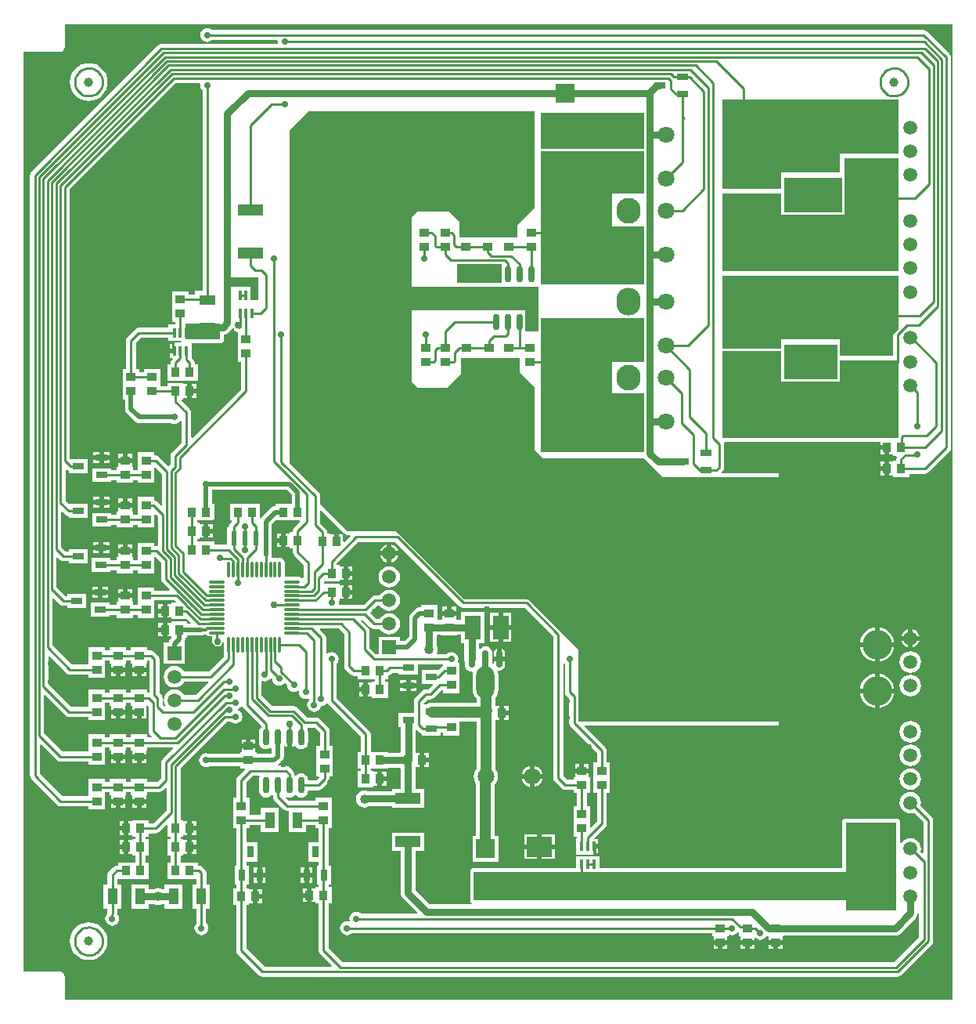
<source format=gtl>
%FSLAX25Y25*%
%MOIN*%
G70*
G01*
G75*
G04 Layer_Physical_Order=1*
G04 Layer_Color=255*
%ADD10C,0.01000*%
%ADD11R,0.10799X0.08500*%
%ADD12O,0.02756X0.07480*%
%ADD13O,0.02756X0.08268*%
%ADD14O,0.07874X0.13780*%
%ADD15R,0.07087X0.10236*%
%ADD16R,0.04921X0.02756*%
%ADD17R,0.02756X0.04921*%
%ADD18R,0.07087X0.04449*%
%ADD19R,0.04449X0.07087*%
%ADD20R,0.10512X0.04724*%
%ADD21O,0.02756X0.07087*%
%ADD22R,0.01654X0.03937*%
%ADD23R,0.04921X0.13465*%
%ADD24R,0.03661X0.03858*%
%ADD25R,0.03858X0.03661*%
%ADD26O,0.07087X0.01102*%
%ADD27O,0.01102X0.07087*%
%ADD28R,0.10709X0.04567*%
%ADD29C,0.03937*%
%ADD30R,0.02362X0.05906*%
%ADD31R,0.07874X0.07874*%
%ADD32C,0.03150*%
%ADD33C,0.01969*%
%ADD34C,0.01181*%
%ADD35C,0.04724*%
%ADD36R,0.20500X1.22000*%
%ADD37R,0.44000X0.15500*%
%ADD38R,0.15000X0.07000*%
%ADD39R,0.23000X0.15000*%
%ADD40R,0.25000X0.15000*%
%ADD41C,0.05906*%
%ADD42C,0.12598*%
%ADD43O,0.10236X0.11811*%
%ADD44O,0.10236X0.11024*%
%ADD45C,0.07087*%
%ADD46C,0.11811*%
%ADD47R,0.05906X0.05906*%
%ADD48C,0.03000*%
%ADD49C,0.04000*%
%ADD50C,0.02756*%
G36*
X397884Y2115D02*
X19832D01*
Y11811D01*
X19671Y12621D01*
X19212Y13307D01*
X18526Y13765D01*
X17717Y13926D01*
X2115D01*
Y405365D01*
X17717D01*
X18526Y405526D01*
X19212Y405984D01*
X19671Y406671D01*
X19832Y407480D01*
X19832Y407480D01*
X19832Y407480D01*
Y407480D01*
Y417176D01*
X397884D01*
Y2115D01*
D02*
G37*
%LPC*%
G36*
X366748Y160386D02*
Y154150D01*
X372984D01*
X372942Y154580D01*
X372524Y155956D01*
X371846Y157225D01*
X370934Y158336D01*
X369823Y159248D01*
X368555Y159926D01*
X367179Y160343D01*
X366748Y160386D01*
D02*
G37*
G36*
X364748D02*
X364317Y160343D01*
X362941Y159926D01*
X361673Y159248D01*
X360562Y158336D01*
X359650Y157225D01*
X358972Y155956D01*
X358554Y154580D01*
X358512Y154150D01*
X364748D01*
Y160386D01*
D02*
G37*
G36*
X378921Y159702D02*
X378889Y159697D01*
X377928Y159299D01*
X377102Y158666D01*
X376468Y157840D01*
X376070Y156878D01*
X376066Y156846D01*
X378921D01*
Y159702D01*
D02*
G37*
G36*
X209949Y159500D02*
X206406D01*
Y154382D01*
X209949D01*
Y159500D01*
D02*
G37*
G36*
X204406D02*
X200862D01*
Y154382D01*
X204406D01*
Y159500D01*
D02*
G37*
G36*
X383776Y154846D02*
X380921D01*
Y151991D01*
X380953Y151995D01*
X381915Y152394D01*
X382740Y153027D01*
X383374Y153853D01*
X383772Y154815D01*
X383776Y154846D01*
D02*
G37*
G36*
X372984Y152150D02*
X366748D01*
Y145914D01*
X367179Y145956D01*
X368555Y146373D01*
X369823Y147051D01*
X370934Y147963D01*
X371846Y149075D01*
X372524Y150343D01*
X372942Y151719D01*
X372984Y152150D01*
D02*
G37*
G36*
X364748D02*
X358512D01*
X358554Y151719D01*
X358972Y150343D01*
X359650Y149075D01*
X360562Y147963D01*
X361673Y147051D01*
X362941Y146373D01*
X364317Y145956D01*
X364748Y145914D01*
Y152150D01*
D02*
G37*
G36*
X379921Y150334D02*
X378739Y150179D01*
X377638Y149723D01*
X376692Y148997D01*
X375966Y148051D01*
X375510Y146950D01*
X375355Y145768D01*
X375510Y144586D01*
X375966Y143484D01*
X376692Y142539D01*
X377638Y141813D01*
X378739Y141357D01*
X379921Y141201D01*
X381103Y141357D01*
X382205Y141813D01*
X383150Y142539D01*
X383876Y143484D01*
X384332Y144586D01*
X384488Y145768D01*
X384332Y146950D01*
X383876Y148051D01*
X383150Y148997D01*
X382205Y149723D01*
X381103Y150179D01*
X379921Y150334D01*
D02*
G37*
G36*
X378921Y154846D02*
X376066D01*
X376070Y154815D01*
X376468Y153853D01*
X377102Y153027D01*
X377928Y152394D01*
X378889Y151995D01*
X378921Y151991D01*
Y154846D01*
D02*
G37*
G36*
X205906Y151554D02*
Y148000D01*
X207330D01*
Y149362D01*
X207146Y150290D01*
X206620Y151077D01*
X205906Y151554D01*
D02*
G37*
G36*
X203906D02*
X203191Y151077D01*
X202665Y150290D01*
X202481Y149362D01*
Y148000D01*
X203906D01*
Y151554D01*
D02*
G37*
G36*
X380921Y159702D02*
Y156846D01*
X383776D01*
X383772Y156878D01*
X383374Y157840D01*
X382740Y158666D01*
X381915Y159299D01*
X380953Y159697D01*
X380921Y159702D01*
D02*
G37*
G36*
X221000Y72451D02*
X215600D01*
Y68201D01*
X221000D01*
Y72451D01*
D02*
G37*
G36*
X228400D02*
X223000D01*
Y68201D01*
X228400D01*
Y72451D01*
D02*
G37*
G36*
X142362Y174500D02*
X140532D01*
Y172571D01*
X142362D01*
Y174500D01*
D02*
G37*
G36*
X246886Y66339D02*
X246059D01*
Y64370D01*
X246886D01*
Y66339D01*
D02*
G37*
G36*
X44969Y69929D02*
X43138D01*
Y68000D01*
X44969D01*
Y69929D01*
D02*
G37*
G36*
X75862D02*
X74031D01*
Y68000D01*
X75862D01*
Y69929D01*
D02*
G37*
G36*
Y74000D02*
X74031D01*
Y72071D01*
X75862D01*
Y74000D01*
D02*
G37*
G36*
X209949Y166618D02*
X206406D01*
Y161500D01*
X209949D01*
Y166618D01*
D02*
G37*
G36*
X204406D02*
X200862D01*
Y161500D01*
X204406D01*
Y166618D01*
D02*
G37*
G36*
X44969Y74000D02*
X43138D01*
Y72071D01*
X44969D01*
Y74000D01*
D02*
G37*
G36*
X186429Y169362D02*
X184500D01*
Y167532D01*
X186429D01*
Y169362D01*
D02*
G37*
G36*
X182500D02*
X180571D01*
Y167532D01*
X182500D01*
Y169362D01*
D02*
G37*
G36*
X44969Y77929D02*
X43138D01*
Y76000D01*
X44969D01*
Y77929D01*
D02*
G37*
G36*
X217843Y101451D02*
X217657Y101426D01*
X216551Y100969D01*
X215602Y100240D01*
X214874Y99291D01*
X214416Y98186D01*
X214392Y98000D01*
X217843D01*
Y101451D01*
D02*
G37*
G36*
X208862Y123000D02*
X207032D01*
Y121071D01*
X208862D01*
Y123000D01*
D02*
G37*
G36*
X379921Y120669D02*
X378739Y120513D01*
X377638Y120057D01*
X376692Y119332D01*
X375966Y118386D01*
X375510Y117284D01*
X375355Y116102D01*
X375510Y114920D01*
X375966Y113819D01*
X376692Y112873D01*
X377638Y112148D01*
X378739Y111691D01*
X379921Y111536D01*
X381103Y111691D01*
X382205Y112148D01*
X383150Y112873D01*
X383876Y113819D01*
X384332Y114920D01*
X384488Y116102D01*
X384332Y117284D01*
X383876Y118386D01*
X383150Y119332D01*
X382205Y120057D01*
X381103Y120513D01*
X379921Y120669D01*
D02*
G37*
G36*
X364748Y132465D02*
X358512D01*
X358554Y132034D01*
X358972Y130658D01*
X359650Y129390D01*
X360562Y128278D01*
X361673Y127366D01*
X362941Y126688D01*
X364317Y126271D01*
X364748Y126229D01*
Y132465D01*
D02*
G37*
G36*
X208862Y126929D02*
X207032D01*
Y125000D01*
X208862D01*
Y126929D01*
D02*
G37*
G36*
X156862Y98929D02*
X155031D01*
Y97000D01*
X156862D01*
Y98929D01*
D02*
G37*
G36*
X219843Y101451D02*
Y98000D01*
X223293D01*
X223269Y98186D01*
X222811Y99291D01*
X222083Y100240D01*
X221134Y100969D01*
X220029Y101426D01*
X219843Y101451D01*
D02*
G37*
G36*
X174862Y103000D02*
X173031D01*
Y101071D01*
X174862D01*
Y103000D01*
D02*
G37*
G36*
X379921Y110590D02*
X378739Y110435D01*
X377638Y109978D01*
X376692Y109253D01*
X375966Y108307D01*
X375510Y107205D01*
X375355Y106024D01*
X375510Y104842D01*
X375966Y103740D01*
X376692Y102795D01*
X377638Y102069D01*
X378739Y101613D01*
X379921Y101457D01*
X381103Y101613D01*
X382205Y102069D01*
X383150Y102795D01*
X383876Y103740D01*
X384332Y104842D01*
X384488Y106024D01*
X384332Y107205D01*
X383876Y108307D01*
X383150Y109253D01*
X382205Y109978D01*
X381103Y110435D01*
X379921Y110590D01*
D02*
G37*
G36*
X100929Y112862D02*
X99000D01*
Y111032D01*
X100929D01*
Y112862D01*
D02*
G37*
G36*
X97000D02*
X95071D01*
Y111032D01*
X97000D01*
Y112862D01*
D02*
G37*
G36*
X174862Y106929D02*
X173031D01*
Y105000D01*
X174862D01*
Y106929D01*
D02*
G37*
G36*
X372984Y132465D02*
X366748D01*
Y126229D01*
X367179Y126271D01*
X368555Y126688D01*
X369823Y127366D01*
X370934Y128278D01*
X371846Y129390D01*
X372524Y130658D01*
X372942Y132034D01*
X372984Y132465D01*
D02*
G37*
G36*
X50500Y85469D02*
X48571D01*
Y83638D01*
X50500D01*
Y85469D01*
D02*
G37*
G36*
X54429D02*
X52500D01*
Y83638D01*
X54429D01*
Y85469D01*
D02*
G37*
G36*
X379921Y100511D02*
X378739Y100356D01*
X377638Y99900D01*
X376692Y99174D01*
X375966Y98228D01*
X375510Y97127D01*
X375355Y95945D01*
X375510Y94763D01*
X375966Y93661D01*
X376692Y92716D01*
X377638Y91990D01*
X378739Y91534D01*
X379921Y91378D01*
X381103Y91534D01*
X382205Y91990D01*
X383150Y92716D01*
X383876Y93661D01*
X384332Y94763D01*
X384488Y95945D01*
X384332Y97127D01*
X383876Y98228D01*
X383150Y99174D01*
X382205Y99900D01*
X381103Y100356D01*
X379921Y100511D01*
D02*
G37*
G36*
X75862Y77929D02*
X74031D01*
Y76000D01*
X75862D01*
Y77929D01*
D02*
G37*
G36*
X41500Y85469D02*
X39571D01*
Y83638D01*
X41500D01*
Y85469D01*
D02*
G37*
G36*
X45429D02*
X43500D01*
Y83638D01*
X45429D01*
Y85469D01*
D02*
G37*
G36*
X223293Y96000D02*
X219843D01*
Y92549D01*
X220029Y92574D01*
X221134Y93031D01*
X222083Y93760D01*
X222811Y94709D01*
X223269Y95814D01*
X223293Y96000D01*
D02*
G37*
G36*
X379921Y140256D02*
X378739Y140100D01*
X377638Y139644D01*
X376692Y138918D01*
X375966Y137972D01*
X375510Y136871D01*
X375355Y135689D01*
X375510Y134507D01*
X375966Y133406D01*
X376692Y132460D01*
X377638Y131734D01*
X378739Y131278D01*
X379921Y131122D01*
X381103Y131278D01*
X382205Y131734D01*
X383150Y132460D01*
X383876Y133406D01*
X384332Y134507D01*
X384488Y135689D01*
X384332Y136871D01*
X383876Y137972D01*
X383150Y138918D01*
X382205Y139644D01*
X381103Y140100D01*
X379921Y140256D01*
D02*
G37*
G36*
X156862Y95000D02*
X155031D01*
Y93071D01*
X156862D01*
Y95000D01*
D02*
G37*
G36*
X366748Y140701D02*
Y134465D01*
X372984D01*
X372942Y134896D01*
X372524Y136271D01*
X371846Y137540D01*
X370934Y138651D01*
X369823Y139563D01*
X368555Y140241D01*
X367179Y140658D01*
X366748Y140701D01*
D02*
G37*
G36*
X364748D02*
X364317Y140658D01*
X362941Y140241D01*
X361673Y139563D01*
X360562Y138651D01*
X359650Y137540D01*
X358972Y136271D01*
X358554Y134896D01*
X358512Y134465D01*
X364748D01*
Y140701D01*
D02*
G37*
G36*
X217843Y96000D02*
X214392D01*
X214416Y95814D01*
X214874Y94709D01*
X215602Y93760D01*
X216551Y93031D01*
X217657Y92574D01*
X217843Y92549D01*
Y96000D01*
D02*
G37*
G36*
X75862Y66000D02*
X74031D01*
Y64071D01*
X75862D01*
Y66000D01*
D02*
G37*
G36*
X368969Y230929D02*
X367138D01*
Y229000D01*
X368969D01*
Y230929D01*
D02*
G37*
G36*
X325429Y25469D02*
X323500D01*
Y23638D01*
X325429D01*
Y25469D01*
D02*
G37*
G36*
X321500D02*
X319571D01*
Y23638D01*
X321500D01*
Y25469D01*
D02*
G37*
G36*
X69933Y51118D02*
X62335D01*
Y49177D01*
X61172D01*
X60433Y49483D01*
X59500Y49606D01*
X58567Y49483D01*
X57828Y49177D01*
X55665D01*
Y51118D01*
X48067D01*
Y40882D01*
X55665D01*
Y42823D01*
X57828D01*
X58567Y42517D01*
X59500Y42394D01*
X60433Y42517D01*
X61172Y42823D01*
X62335D01*
Y40882D01*
X69933D01*
Y51118D01*
D02*
G37*
G36*
X80500Y415478D02*
X79729Y415377D01*
X79011Y415079D01*
X78394Y414606D01*
X77921Y413989D01*
X77623Y413271D01*
X77522Y412500D01*
X77623Y411729D01*
X77921Y411011D01*
X78394Y410394D01*
X79011Y409921D01*
X79729Y409623D01*
X80500Y409522D01*
X81271Y409623D01*
X81989Y409921D01*
X82594Y410385D01*
X110120D01*
X110449Y410009D01*
X110422Y409800D01*
X110499Y409216D01*
X110169Y408840D01*
X61030D01*
X60220Y408679D01*
X59534Y408220D01*
X5567Y354253D01*
X5109Y353567D01*
X4947Y352757D01*
Y97437D01*
X4947Y97437D01*
X4947D01*
X5109Y96627D01*
X5567Y95941D01*
X16536Y84973D01*
X16536Y84973D01*
X16536D01*
X16536Y84973D01*
X16536D01*
X16536Y84973D01*
Y84973D01*
Y84973D01*
D01*
D01*
X16536D01*
Y84973D01*
X17222Y84514D01*
X18032Y84353D01*
X29996D01*
Y83063D01*
X37004D01*
Y89126D01*
Y90416D01*
X38996D01*
Y89126D01*
X39571D01*
Y87468D01*
X45429D01*
Y89126D01*
X46004D01*
Y90416D01*
X47996D01*
Y89126D01*
X48571D01*
Y87468D01*
X54429D01*
Y89126D01*
X55004D01*
Y90416D01*
X60031D01*
X60841Y90577D01*
X61527Y91036D01*
X62604Y92112D01*
X63065Y91921D01*
Y82557D01*
X57624Y77115D01*
X55437D01*
Y78504D01*
X48626D01*
Y77929D01*
X46969D01*
Y75000D01*
Y72071D01*
X48626D01*
Y71496D01*
X49916D01*
Y70504D01*
X48626D01*
Y69929D01*
X46969D01*
Y67000D01*
Y64071D01*
X48626D01*
Y63496D01*
X49916D01*
Y60504D01*
X42563D01*
Y59115D01*
X42000D01*
X41190Y58954D01*
X40504Y58496D01*
X38638Y56630D01*
X38179Y55943D01*
X38018Y55134D01*
Y51118D01*
X36335D01*
Y40882D01*
X38018D01*
Y39173D01*
X37920Y38678D01*
X37908Y38616D01*
X37894Y38606D01*
X37421Y37989D01*
X37123Y37271D01*
X37022Y36500D01*
X37123Y35729D01*
X37421Y35011D01*
X37894Y34394D01*
X38511Y33921D01*
X39229Y33623D01*
X40000Y33522D01*
X40771Y33623D01*
X41489Y33921D01*
X42106Y34394D01*
X42579Y35011D01*
X42877Y35729D01*
X42978Y36500D01*
X42877Y37271D01*
X42579Y37989D01*
X42215Y38463D01*
X42249Y38634D01*
Y40882D01*
X43933D01*
Y51118D01*
X42249D01*
Y53496D01*
X42563D01*
Y53496D01*
X55437D01*
Y60504D01*
X54147D01*
Y63496D01*
X55437D01*
Y70504D01*
X54147D01*
Y71496D01*
X55437D01*
Y72885D01*
X58500D01*
X59310Y73046D01*
X59996Y73504D01*
X63101Y76609D01*
X63563Y76418D01*
Y71496D01*
X64853D01*
Y70504D01*
X63563D01*
Y63496D01*
X64853D01*
Y60504D01*
X63563D01*
Y53496D01*
X75885D01*
Y51118D01*
X74067D01*
Y40882D01*
X75751D01*
Y34419D01*
X75421Y33989D01*
X75123Y33271D01*
X75022Y32500D01*
X75123Y31729D01*
X75421Y31011D01*
X75894Y30394D01*
X76511Y29921D01*
X77229Y29623D01*
X78000Y29522D01*
X78771Y29623D01*
X79489Y29921D01*
X80106Y30394D01*
X80579Y31011D01*
X80877Y31729D01*
X80978Y32500D01*
X80877Y33271D01*
X80579Y33989D01*
X80106Y34606D01*
X79982Y34701D01*
Y40882D01*
X81665D01*
Y51118D01*
X80115D01*
Y56000D01*
X79954Y56810D01*
X79496Y57496D01*
X78496Y58496D01*
X77810Y58954D01*
X77000Y59115D01*
X76437D01*
Y60504D01*
X69084D01*
Y63496D01*
X70374D01*
Y64071D01*
X72031D01*
Y67000D01*
Y69929D01*
X70374D01*
Y70504D01*
X69084D01*
Y71496D01*
X70374D01*
Y72071D01*
X72031D01*
Y75000D01*
Y77929D01*
X70374D01*
Y78504D01*
X69084D01*
Y100592D01*
X88876Y120385D01*
X90407D01*
X91011Y119921D01*
X91729Y119623D01*
X92500Y119522D01*
X93271Y119623D01*
X93989Y119921D01*
X94606Y120394D01*
X95079Y121011D01*
X95377Y121729D01*
X95478Y122500D01*
X95377Y123271D01*
X95079Y123989D01*
X94606Y124606D01*
X93989Y125079D01*
X93577Y125250D01*
Y125750D01*
X93989Y125921D01*
X94606Y126394D01*
X95060Y126986D01*
X95240Y126944D01*
X95559Y126812D01*
X95593Y126643D01*
X96051Y125957D01*
X103384Y118624D01*
Y117995D01*
X102921Y117391D01*
X102623Y116672D01*
X102522Y115902D01*
Y111571D01*
X102623Y110800D01*
X102921Y110082D01*
X103394Y109465D01*
X104011Y108992D01*
X104729Y108694D01*
X105500Y108593D01*
X106271Y108694D01*
X106989Y108992D01*
X107470Y109361D01*
X107919Y109140D01*
Y106581D01*
X101504D01*
Y107374D01*
X100929D01*
Y109032D01*
X95071D01*
Y107374D01*
X94496D01*
Y106581D01*
X81485D01*
X80771Y106877D01*
X80000Y106978D01*
X79229Y106877D01*
X78511Y106579D01*
X77894Y106106D01*
X77421Y105489D01*
X77123Y104771D01*
X77022Y104000D01*
X77123Y103229D01*
X77421Y102511D01*
X77894Y101894D01*
X78511Y101421D01*
X79229Y101123D01*
X80000Y101022D01*
X80771Y101123D01*
X81485Y101419D01*
X94496D01*
Y100563D01*
X96418D01*
X96609Y100101D01*
X93504Y96996D01*
X93046Y96310D01*
X92885Y95500D01*
Y87937D01*
X91496D01*
Y81126D01*
Y75063D01*
X92885D01*
Y59114D01*
X92307D01*
Y51043D01*
X92885D01*
Y49504D01*
X91563D01*
Y42496D01*
X92853D01*
Y23031D01*
X92853Y23031D01*
X92853D01*
X93014Y22222D01*
X93473Y21536D01*
X102504Y12504D01*
X102504Y12504D01*
X102504D01*
X102504Y12504D01*
X102504D01*
X102504Y12504D01*
Y12504D01*
Y12504D01*
D01*
D01*
X102504D01*
Y12504D01*
X103191Y12046D01*
X104000Y11885D01*
X374500D01*
X375309Y12046D01*
X375996Y12504D01*
X389040Y25548D01*
X389498Y26235D01*
X389660Y27044D01*
X389660Y27044D01*
X389660Y27044D01*
Y27044D01*
Y78556D01*
X389498Y79365D01*
X389040Y80052D01*
X384341Y84751D01*
X384488Y85866D01*
X384332Y87048D01*
X383876Y88149D01*
X383150Y89095D01*
X382205Y89821D01*
X381103Y90277D01*
X379921Y90433D01*
X378739Y90277D01*
X377638Y89821D01*
X376692Y89095D01*
X375966Y88149D01*
X375510Y87048D01*
X375355Y85866D01*
X375510Y84684D01*
X375966Y83583D01*
X376692Y82637D01*
X377638Y81911D01*
X378739Y81455D01*
X379921Y81300D01*
X381103Y81455D01*
X381492Y81616D01*
X385429Y77680D01*
Y64730D01*
X384967Y64538D01*
X384341Y65164D01*
X384488Y66280D01*
X384332Y67462D01*
X383876Y68563D01*
X383150Y69509D01*
X382205Y70234D01*
X381103Y70691D01*
X379921Y70846D01*
X378739Y70691D01*
X377638Y70234D01*
X376692Y69509D01*
X376079Y68710D01*
X375606Y68871D01*
Y77500D01*
X375483Y78114D01*
X375135Y78635D01*
X374615Y78983D01*
X374000Y79106D01*
X352500D01*
X351886Y78983D01*
X351365Y78635D01*
X351017Y78114D01*
X350894Y77500D01*
Y58106D01*
X247461D01*
Y63205D01*
X237539D01*
Y58106D01*
X194000D01*
X193386Y57983D01*
X192865Y57635D01*
X192517Y57114D01*
X192394Y56500D01*
Y44500D01*
X192517Y43885D01*
X192865Y43365D01*
X193178Y43155D01*
X193033Y42677D01*
X175316D01*
X169177Y48816D01*
Y65350D01*
X172831D01*
Y73224D01*
X159169D01*
Y65350D01*
X162823D01*
Y47500D01*
X162823Y47500D01*
X162823D01*
X162932Y46678D01*
X163249Y45912D01*
X163754Y45254D01*
X169930Y39077D01*
X169739Y38615D01*
X146093D01*
X145489Y39079D01*
X144771Y39377D01*
X144000Y39478D01*
X143229Y39377D01*
X142511Y39079D01*
X141894Y38606D01*
X141421Y37989D01*
X141123Y37271D01*
X141022Y36500D01*
X141123Y35730D01*
X140770Y35377D01*
X140000Y35478D01*
X139229Y35377D01*
X138511Y35079D01*
X137894Y34606D01*
X137421Y33989D01*
X137123Y33271D01*
X137022Y32500D01*
X137123Y31729D01*
X137421Y31011D01*
X137894Y30394D01*
X138511Y29921D01*
X139229Y29623D01*
X140000Y29522D01*
X140771Y29623D01*
X141489Y29921D01*
X142094Y30385D01*
X295496D01*
Y29126D01*
X296071D01*
Y27469D01*
X301929D01*
Y29126D01*
X302504D01*
Y29474D01*
X302920Y29751D01*
X303229Y29623D01*
X304000Y29522D01*
X304771Y29623D01*
X305489Y29921D01*
X306106Y30394D01*
X306523Y30937D01*
X306996Y30776D01*
Y29126D01*
X307571D01*
Y27469D01*
X313429D01*
Y28236D01*
X313894Y28394D01*
X314511Y27921D01*
X315229Y27623D01*
X316000Y27522D01*
X316771Y27623D01*
X317489Y27921D01*
X318106Y28394D01*
X318579Y29011D01*
X318627Y29126D01*
X318996D01*
Y29126D01*
X319571D01*
Y27469D01*
X325429D01*
Y29126D01*
X326004D01*
Y29355D01*
X373532D01*
X374354Y29463D01*
X375120Y29780D01*
X375778Y30285D01*
X375778Y30285D01*
X375778Y30285D01*
X382168Y36675D01*
X382672Y37333D01*
X382990Y38099D01*
X382990Y38099D01*
X382990Y38099D01*
Y38099D01*
X383098Y38921D01*
Y42510D01*
X383504Y42801D01*
X383641Y42755D01*
Y28661D01*
X372883Y17903D01*
X138089D01*
X132147Y23845D01*
Y42996D01*
X133437D01*
Y50004D01*
X132115D01*
Y51043D01*
X133193D01*
Y59114D01*
X132115D01*
Y75063D01*
X133504D01*
Y81126D01*
Y87937D01*
X126496D01*
Y86647D01*
X115345D01*
X113998Y87994D01*
X114276Y88410D01*
X114729Y88222D01*
X115500Y88120D01*
X116271Y88222D01*
X116989Y88519D01*
X117606Y88993D01*
X117750Y89180D01*
X118250D01*
X118394Y88993D01*
X119011Y88519D01*
X119729Y88222D01*
X120500Y88120D01*
X121271Y88222D01*
X121989Y88519D01*
X122606Y88993D01*
X123079Y89609D01*
X123377Y90328D01*
X123478Y91098D01*
Y91148D01*
X127764D01*
X128573Y91309D01*
X129260Y91768D01*
X129260Y91768D01*
X129260Y91768D01*
X131996Y94504D01*
X132454Y95191D01*
X132615Y96000D01*
X132615Y96000D01*
X132615Y96000D01*
Y96000D01*
Y97063D01*
X134004D01*
Y103126D01*
Y109937D01*
X132615D01*
Y116500D01*
X132454Y117309D01*
X131996Y117996D01*
X128496Y121496D01*
X127810Y121954D01*
X127000Y122116D01*
X122904D01*
X118736Y126283D01*
X118050Y126742D01*
X117240Y126903D01*
X108117D01*
X103600Y131420D01*
Y137434D01*
X104015Y137712D01*
X104229Y137623D01*
X105000Y137522D01*
X105771Y137623D01*
X106489Y137921D01*
X107106Y138394D01*
X107413Y138794D01*
X107912Y138827D01*
X108089Y138650D01*
X108188Y137894D01*
X108486Y137176D01*
X108959Y136559D01*
X109576Y136086D01*
X110294Y135789D01*
X111065Y135687D01*
X111836Y135789D01*
X112554Y136086D01*
X113171Y136559D01*
X113278Y136699D01*
X113777Y136731D01*
X114524Y135985D01*
X114623Y135229D01*
X114921Y134511D01*
X115394Y133894D01*
X116011Y133421D01*
X116729Y133123D01*
X117500Y133022D01*
X118271Y133123D01*
X118989Y133421D01*
X119125Y133525D01*
X119558Y133275D01*
X119522Y133000D01*
X119623Y132229D01*
X119921Y131511D01*
X120394Y130894D01*
X121011Y130421D01*
X121729Y130123D01*
X122500Y130022D01*
X123271Y130123D01*
X123469Y130205D01*
X123750Y130017D01*
X123831Y129524D01*
X123421Y128989D01*
X123123Y128271D01*
X123022Y127500D01*
X123123Y126729D01*
X123421Y126011D01*
X123894Y125394D01*
X124511Y124921D01*
X125229Y124623D01*
X126000Y124522D01*
X126771Y124623D01*
X127489Y124921D01*
X128106Y125394D01*
X128579Y126011D01*
X128877Y126729D01*
X128906Y126949D01*
X129000Y127022D01*
X129771Y127123D01*
X130489Y127421D01*
X131106Y127894D01*
X131364Y128231D01*
X131864Y128214D01*
X132004Y128004D01*
X145853Y114155D01*
Y107504D01*
X144563D01*
Y100496D01*
X145853D01*
Y99504D01*
X144563D01*
Y92496D01*
X151374D01*
Y93071D01*
X153031D01*
Y96000D01*
Y98929D01*
X151374D01*
Y99504D01*
X150084D01*
Y100496D01*
X157437D01*
Y100823D01*
X162563D01*
Y100496D01*
X162792D01*
Y91650D01*
X159169D01*
Y90889D01*
X148659D01*
X148433Y90983D01*
X147500Y91106D01*
X146567Y90983D01*
X145697Y90623D01*
X144950Y90050D01*
X144377Y89303D01*
X144017Y88433D01*
X143894Y87500D01*
X144017Y86567D01*
X144377Y85697D01*
X144950Y84950D01*
X145697Y84377D01*
X146567Y84017D01*
X147500Y83894D01*
X148433Y84017D01*
X149303Y84377D01*
X149509Y84536D01*
X159169D01*
Y83776D01*
X172831D01*
Y91650D01*
X169145D01*
Y100496D01*
X169374D01*
Y101071D01*
X171031D01*
Y104000D01*
Y106929D01*
X169374D01*
Y107504D01*
X169256D01*
Y116599D01*
X169718Y116791D01*
X170744Y115764D01*
X171431Y115305D01*
X171886Y115215D01*
Y114307D01*
X179957D01*
Y115853D01*
X180996D01*
Y114563D01*
X188004D01*
Y120533D01*
X195186D01*
Y100232D01*
X194687Y99581D01*
X194171Y98336D01*
X193995Y97000D01*
X194171Y95664D01*
X194687Y94419D01*
X195029Y93973D01*
Y71780D01*
X193488D01*
Y60756D01*
X204512D01*
Y71780D01*
X202971D01*
Y93563D01*
X203628Y94419D01*
X204144Y95664D01*
X204320Y97000D01*
X204144Y98336D01*
X203628Y99581D01*
X203128Y100232D01*
Y120496D01*
X203374D01*
Y121071D01*
X205032D01*
Y124000D01*
Y126929D01*
X203374D01*
Y127504D01*
X203128D01*
Y129000D01*
Y130531D01*
X203815Y131425D01*
X204370Y132766D01*
X204559Y134205D01*
Y140110D01*
X204370Y141549D01*
X204225Y141899D01*
X204542Y142286D01*
X204906Y142213D01*
X205833Y142398D01*
X206620Y142923D01*
X207146Y143710D01*
X207330Y144638D01*
Y146000D01*
X202481D01*
Y144952D01*
X202403Y144913D01*
X201978Y145177D01*
Y149362D01*
X201877Y150133D01*
X201579Y150851D01*
X201106Y151468D01*
X200489Y151941D01*
X199771Y152239D01*
X199000Y152340D01*
X198229Y152239D01*
X197511Y151941D01*
X196894Y151468D01*
X196745Y151274D01*
X196271Y151434D01*
Y153807D01*
X198713D01*
Y167193D01*
X188477D01*
Y163677D01*
X187004D01*
Y163874D01*
X186429D01*
Y165532D01*
X180571D01*
Y163874D01*
X179996D01*
Y163677D01*
X178504D01*
Y169937D01*
X171496D01*
Y169113D01*
X171032D01*
X170363Y169025D01*
X169971Y168862D01*
X169741Y168767D01*
X169206Y168357D01*
X167175Y166325D01*
X166765Y165791D01*
X166636Y165479D01*
X166507Y165168D01*
X166419Y164500D01*
Y156569D01*
X164431Y154581D01*
X162528D01*
Y156527D01*
X153472D01*
Y149116D01*
X152376D01*
X149616Y151876D01*
Y159000D01*
X149454Y159810D01*
X148996Y160496D01*
X146022Y163470D01*
X146148Y163773D01*
X146638Y163871D01*
X150004Y160504D01*
X150690Y160046D01*
X151500Y159885D01*
X153976D01*
X154045Y159717D01*
X154771Y158771D01*
X155717Y158045D01*
X156818Y157589D01*
X158000Y157433D01*
X159182Y157589D01*
X160283Y158045D01*
X161229Y158771D01*
X161955Y159717D01*
X162411Y160818D01*
X162567Y162000D01*
X162411Y163182D01*
X161955Y164283D01*
X161229Y165229D01*
X160283Y165955D01*
X159182Y166411D01*
X158000Y166567D01*
X156818Y166411D01*
X155717Y165955D01*
X154771Y165229D01*
X154045Y164283D01*
X153976Y164116D01*
X152376D01*
X149734Y166758D01*
X152860Y169885D01*
X153976D01*
X154045Y169717D01*
X154771Y168771D01*
X155717Y168045D01*
X156818Y167589D01*
X158000Y167433D01*
X159182Y167589D01*
X160283Y168045D01*
X161229Y168771D01*
X161955Y169717D01*
X162411Y170818D01*
X162567Y172000D01*
X162411Y173182D01*
X161955Y174283D01*
X161229Y175229D01*
X160283Y175955D01*
X159182Y176411D01*
X158000Y176567D01*
X156818Y176411D01*
X155717Y175955D01*
X154771Y175229D01*
X154045Y174283D01*
X153976Y174116D01*
X151984D01*
X151175Y173954D01*
X150488Y173496D01*
X147124Y170131D01*
X136743D01*
X136413Y170507D01*
X136478Y171000D01*
X136397Y171620D01*
X136726Y171996D01*
X136874D01*
Y172571D01*
X138532D01*
Y175500D01*
Y178429D01*
X136874D01*
Y179004D01*
X130115D01*
Y179996D01*
X136874D01*
Y180571D01*
X138532D01*
Y183500D01*
Y186429D01*
X136874D01*
Y187004D01*
X135584D01*
Y187592D01*
X144876Y196885D01*
X160624D01*
X188004Y169504D01*
X188690Y169046D01*
X189500Y168885D01*
X215624D01*
X227885Y156624D01*
Y96500D01*
X227885Y96500D01*
X227885D01*
X228046Y95690D01*
X228504Y95004D01*
X231536Y91973D01*
X232222Y91514D01*
X233032Y91353D01*
X236496D01*
Y90063D01*
X237884D01*
Y84437D01*
X236496D01*
Y77626D01*
Y71563D01*
X237884D01*
Y70882D01*
X237539D01*
Y63795D01*
X244902D01*
Y64370D01*
X244902D01*
Y67339D01*
X245059D01*
Y68339D01*
X246886D01*
Y70307D01*
X245452D01*
X245261Y70769D01*
X249996Y75504D01*
X250454Y76190D01*
X250616Y77000D01*
X250616Y77000D01*
X250616Y77000D01*
Y77000D01*
Y90063D01*
X252004D01*
Y96126D01*
Y102937D01*
X250616D01*
Y108000D01*
X250454Y108809D01*
X249996Y109496D01*
X241059Y118432D01*
X241251Y118894D01*
X341000D01*
X341615Y119017D01*
X342135Y119365D01*
X342483Y119886D01*
X342606Y120500D01*
Y224500D01*
X342483Y225114D01*
X342135Y225635D01*
X341615Y225983D01*
X341000Y226106D01*
X299751D01*
X299559Y226568D01*
X299996Y227004D01*
X300454Y227691D01*
X300616Y228500D01*
Y238500D01*
X300514Y239008D01*
X300832Y239394D01*
X367138D01*
Y238000D01*
X369969D01*
Y237000D01*
X370969D01*
Y234071D01*
X372626D01*
Y233496D01*
X373984D01*
X374220Y233055D01*
X374077Y232841D01*
X373916Y232032D01*
Y231504D01*
X372626D01*
Y230929D01*
X370969D01*
Y228000D01*
Y225071D01*
X372626D01*
Y224496D01*
X379437D01*
Y225885D01*
X386150D01*
X386959Y226046D01*
X387645Y226504D01*
X396645Y235504D01*
X397104Y236191D01*
X397265Y237000D01*
Y402906D01*
X397104Y403716D01*
X396645Y404402D01*
X387051Y413996D01*
X386365Y414454D01*
X385556Y414615D01*
X82594D01*
X81989Y415079D01*
X81271Y415377D01*
X80500Y415478D01*
D02*
G37*
G36*
X368969Y227000D02*
X367138D01*
Y225071D01*
X368969D01*
Y227000D01*
D02*
G37*
G36*
X313429Y25469D02*
X311500D01*
Y23638D01*
X313429D01*
Y25469D01*
D02*
G37*
G36*
X298000D02*
X296071D01*
Y23638D01*
X298000D01*
Y25469D01*
D02*
G37*
G36*
X30000Y35048D02*
X28430Y34893D01*
X26920Y34435D01*
X25529Y33691D01*
X24309Y32691D01*
X23309Y31471D01*
X22565Y30080D01*
X22107Y28570D01*
X21952Y27000D01*
X22107Y25430D01*
X22565Y23920D01*
X23309Y22529D01*
X24309Y21309D01*
X25529Y20309D01*
X26920Y19565D01*
X28430Y19107D01*
X30000Y18952D01*
X31570Y19107D01*
X33080Y19565D01*
X34471Y20309D01*
X35691Y21309D01*
X36691Y22529D01*
X37435Y23920D01*
X37893Y25430D01*
X38048Y27000D01*
X37893Y28570D01*
X37435Y30080D01*
X36691Y31471D01*
X35691Y32691D01*
X34471Y33691D01*
X33080Y34435D01*
X31570Y34893D01*
X30000Y35048D01*
D02*
G37*
G36*
Y400548D02*
X28430Y400393D01*
X26920Y399935D01*
X25529Y399191D01*
X24309Y398190D01*
X23309Y396971D01*
X22565Y395580D01*
X22107Y394070D01*
X21952Y392500D01*
X22107Y390930D01*
X22565Y389420D01*
X23309Y388029D01*
X24309Y386809D01*
X25529Y385809D01*
X26920Y385065D01*
X28430Y384607D01*
X30000Y384452D01*
X31570Y384607D01*
X33080Y385065D01*
X34471Y385809D01*
X35691Y386809D01*
X36691Y388029D01*
X37435Y389420D01*
X37893Y390930D01*
X38048Y392500D01*
X37893Y394070D01*
X37435Y395580D01*
X36691Y396971D01*
X35691Y398190D01*
X34471Y399191D01*
X33080Y399935D01*
X31570Y400393D01*
X30000Y400548D01*
D02*
G37*
G36*
X309500Y25469D02*
X307571D01*
Y23638D01*
X309500D01*
Y25469D01*
D02*
G37*
G36*
X301929D02*
X300000D01*
Y23638D01*
X301929D01*
Y25469D01*
D02*
G37*
G36*
X368969Y236000D02*
X367138D01*
Y234071D01*
X368969D01*
Y236000D01*
D02*
G37*
G36*
X228400Y66201D02*
X223000D01*
Y61951D01*
X228400D01*
Y66201D01*
D02*
G37*
G36*
X44969Y66000D02*
X43138D01*
Y64071D01*
X44969D01*
Y66000D01*
D02*
G37*
G36*
X157000Y195855D02*
X156968Y195851D01*
X156007Y195453D01*
X155181Y194819D01*
X154547Y193993D01*
X154149Y193032D01*
X154145Y193000D01*
X157000D01*
Y195855D01*
D02*
G37*
G36*
X221000Y66201D02*
X215600D01*
Y61951D01*
X221000D01*
Y66201D01*
D02*
G37*
G36*
X159000Y195855D02*
Y193000D01*
X161855D01*
X161851Y193032D01*
X161453Y193993D01*
X160819Y194819D01*
X159993Y195453D01*
X159032Y195851D01*
X159000Y195855D01*
D02*
G37*
G36*
X161855Y191000D02*
X159000D01*
Y188145D01*
X159032Y188149D01*
X159993Y188547D01*
X160819Y189181D01*
X161453Y190007D01*
X161851Y190968D01*
X161855Y191000D01*
D02*
G37*
G36*
X158000Y186567D02*
X156818Y186411D01*
X155717Y185955D01*
X154771Y185229D01*
X154045Y184283D01*
X153589Y183182D01*
X153433Y182000D01*
X153589Y180818D01*
X154045Y179717D01*
X154771Y178771D01*
X155717Y178045D01*
X156818Y177589D01*
X158000Y177433D01*
X159182Y177589D01*
X160283Y178045D01*
X161229Y178771D01*
X161955Y179717D01*
X162411Y180818D01*
X162567Y182000D01*
X162411Y183182D01*
X161955Y184283D01*
X161229Y185229D01*
X160283Y185955D01*
X159182Y186411D01*
X158000Y186567D01*
D02*
G37*
G36*
X142362Y178429D02*
X140532D01*
Y176500D01*
X142362D01*
Y178429D01*
D02*
G37*
G36*
Y182500D02*
X140532D01*
Y180571D01*
X142362D01*
Y182500D01*
D02*
G37*
G36*
X157000Y191000D02*
X154145D01*
X154149Y190968D01*
X154547Y190007D01*
X155181Y189181D01*
X156007Y188547D01*
X156968Y188149D01*
X157000Y188145D01*
Y191000D01*
D02*
G37*
G36*
X142362Y186429D02*
X140532D01*
Y184500D01*
X142362D01*
Y186429D01*
D02*
G37*
%LPD*%
G36*
X375000Y287500D02*
X372500Y285000D01*
Y276000D01*
X350000D01*
Y283000D01*
X325000D01*
Y279000D01*
X300000D01*
Y310000D01*
X375000D01*
Y287500D01*
D02*
G37*
G36*
X91910Y287871D02*
X92046Y287191D01*
X92504Y286504D01*
X93190Y286046D01*
X93496Y285985D01*
Y279595D01*
Y273532D01*
X94885D01*
Y261876D01*
X74077Y241069D01*
X73615Y241260D01*
Y252000D01*
X73454Y252810D01*
X72996Y253496D01*
X69458Y257034D01*
X69649Y257496D01*
X70374D01*
Y258071D01*
X72031D01*
Y261000D01*
Y263929D01*
X70374D01*
Y264504D01*
X63563D01*
Y263084D01*
X60504D01*
Y263626D01*
Y270437D01*
X53496D01*
Y269147D01*
X51504D01*
Y270437D01*
X50115D01*
Y281624D01*
X52215Y283723D01*
X64039D01*
Y282295D01*
X69271D01*
X69528Y281866D01*
X69441Y281705D01*
X66598D01*
Y281130D01*
X66598D01*
Y278161D01*
X66441D01*
Y277161D01*
X64614D01*
Y275193D01*
X65548D01*
X65739Y274731D01*
X65473Y274464D01*
X65014Y273778D01*
X64853Y272968D01*
Y272504D01*
X63563D01*
Y265496D01*
X76437D01*
Y272504D01*
X75147D01*
Y272969D01*
X74986Y273778D01*
X74527Y274464D01*
X73961Y275031D01*
Y281394D01*
X86000D01*
X86615Y281517D01*
X87135Y281865D01*
X87483Y282385D01*
X87606Y283000D01*
Y285019D01*
X87956Y285065D01*
X88722Y285383D01*
X89380Y285888D01*
X91246Y287754D01*
X91423Y287984D01*
X91910Y287871D01*
D02*
G37*
G36*
X20036Y122973D02*
X20036D01*
X20036Y122973D01*
X20036D01*
X20036Y122973D01*
Y122973D01*
X20036Y122973D01*
Y122973D01*
X20722Y122514D01*
X21531Y122353D01*
X29996D01*
Y121063D01*
X37004D01*
Y127126D01*
Y128416D01*
X38996D01*
Y127126D01*
X39571D01*
Y125469D01*
X45429D01*
Y127126D01*
X46004D01*
Y128416D01*
X47996D01*
Y127126D01*
X48571D01*
Y125469D01*
X51500D01*
Y124469D01*
X52500D01*
Y121638D01*
X54429D01*
Y127126D01*
X55004D01*
Y127126D01*
X55031D01*
X55385Y126772D01*
Y116500D01*
X55384Y116500D01*
X55385D01*
X55546Y115691D01*
X56004Y115004D01*
X56899Y114109D01*
X56708Y113647D01*
X55004D01*
Y114937D01*
X47996D01*
Y113647D01*
X46004D01*
Y114937D01*
X38996D01*
Y113647D01*
X37004D01*
Y114937D01*
X29996D01*
Y108126D01*
Y107584D01*
X18758D01*
X10966Y115376D01*
Y131389D01*
X11428Y131580D01*
X20036Y122973D01*
D02*
G37*
G36*
X102300Y299800D02*
X98800D01*
Y305300D01*
X89800D01*
Y309300D01*
X102300D01*
Y299800D01*
D02*
G37*
G36*
X325000Y265000D02*
X350000D01*
Y274000D01*
X375000D01*
Y241000D01*
X300000D01*
Y278000D01*
X325000D01*
Y265000D01*
D02*
G37*
G36*
X266500Y273500D02*
X253000D01*
Y260000D01*
X266500D01*
Y235000D01*
X222500D01*
Y292000D01*
X266500D01*
Y273500D01*
D02*
G37*
G36*
X16386Y103973D02*
X16386D01*
X16386Y103973D01*
X16386D01*
X16386Y103973D01*
Y103973D01*
X16386Y103973D01*
Y103973D01*
X17072Y103514D01*
X17882Y103353D01*
X29996D01*
Y102063D01*
X37004D01*
Y108126D01*
Y109416D01*
X38996D01*
Y108126D01*
X39571D01*
Y106468D01*
X45429D01*
Y108126D01*
X46004D01*
Y109416D01*
X47996D01*
Y108126D01*
X48571D01*
Y106468D01*
X54429D01*
Y108126D01*
X55004D01*
Y109416D01*
X65771D01*
X65962Y108954D01*
X61504Y104496D01*
X61046Y103809D01*
X60885Y103000D01*
Y96376D01*
X59155Y94647D01*
X55004D01*
Y95937D01*
X47996D01*
Y94647D01*
X46004D01*
Y95937D01*
X38996D01*
Y94647D01*
X37004D01*
Y95937D01*
X29996D01*
Y89126D01*
Y88584D01*
X18908D01*
X9178Y98313D01*
Y110527D01*
X9640Y110718D01*
X16386Y103973D01*
D02*
G37*
G36*
X138884Y157624D02*
Y144000D01*
X139046Y143191D01*
X139504Y142504D01*
X141504Y140504D01*
X141504Y140504D01*
X141504D01*
X141504Y140504D01*
X141504D01*
X141504Y140504D01*
Y140504D01*
Y140504D01*
D01*
D01*
X141504D01*
Y140504D01*
X142191Y140046D01*
X143000Y139884D01*
X144563D01*
Y138496D01*
X151916D01*
Y137504D01*
X150626D01*
Y136929D01*
X148968D01*
Y134000D01*
Y131071D01*
X150626D01*
Y130496D01*
X157437D01*
Y137504D01*
X156147D01*
Y138496D01*
X157437D01*
Y139971D01*
X157809Y140046D01*
X158496Y140504D01*
X159116Y141125D01*
X162043D01*
Y140287D01*
X170114D01*
Y144885D01*
X180996D01*
Y144041D01*
X180722Y143986D01*
X180036Y143527D01*
X178961Y142453D01*
X171886D01*
Y136547D01*
X176402D01*
X176594Y136085D01*
X174624Y134116D01*
X173500D01*
X172690Y133954D01*
X172004Y133496D01*
X169004Y130496D01*
X168546Y129809D01*
X168385Y129000D01*
Y123953D01*
X167181D01*
X166901Y124068D01*
X166079Y124177D01*
X165257Y124068D01*
X164977Y123953D01*
X162043D01*
Y118047D01*
X162902D01*
Y107504D01*
X162563D01*
Y107177D01*
X157437D01*
Y107504D01*
X150084D01*
Y115031D01*
X149923Y115841D01*
X149464Y116527D01*
X135616Y130376D01*
Y144906D01*
X136079Y145511D01*
X136377Y146229D01*
X136478Y147000D01*
X136377Y147771D01*
X136079Y148489D01*
X135606Y149106D01*
X134989Y149579D01*
X134271Y149877D01*
X133500Y149978D01*
X132729Y149877D01*
X132011Y149579D01*
X131564Y149236D01*
X131115Y149457D01*
Y156000D01*
X130954Y156809D01*
X130496Y157496D01*
X128459Y159533D01*
X128650Y159995D01*
X136514D01*
X138884Y157624D01*
D02*
G37*
G36*
X375000Y312000D02*
X300000D01*
Y345000D01*
X325000D01*
Y336000D01*
X352000D01*
Y360000D01*
X375000D01*
Y312000D01*
D02*
G37*
G36*
X220000Y339000D02*
X212500Y331500D01*
Y326500D01*
X188000D01*
Y333000D01*
X183500Y337500D01*
X170000D01*
X167500Y335000D01*
Y305500D01*
X221500D01*
Y286500D01*
X216000D01*
Y295500D01*
X167500D01*
Y265000D01*
X170000Y262500D01*
X182500D01*
X188500Y268500D01*
Y275000D01*
X213500D01*
Y269000D01*
X220000Y262500D01*
Y236000D01*
X223500Y232500D01*
X266500D01*
X274500Y224500D01*
X341000D01*
Y120500D01*
X238500D01*
Y151000D01*
X217000Y172500D01*
X190000D01*
X161000Y201500D01*
X140000D01*
X128500Y213000D01*
Y217500D01*
X115500Y230500D01*
Y372000D01*
X123500Y380000D01*
X220000D01*
Y339000D01*
D02*
G37*
G36*
X188477Y153807D02*
X189918D01*
Y147000D01*
X190026Y146178D01*
X190116Y145960D01*
Y144638D01*
X190218Y143867D01*
X190515Y143149D01*
X190989Y142532D01*
X191605Y142059D01*
X192324Y141761D01*
X193095Y141660D01*
X193247Y141680D01*
X193601Y141326D01*
X193441Y140110D01*
Y134205D01*
X193630Y132766D01*
X194185Y131425D01*
X195069Y130274D01*
X195186Y130183D01*
Y129000D01*
Y128475D01*
X176157D01*
X175130Y128340D01*
X174172Y127943D01*
X173846Y127693D01*
X172838D01*
X172647Y128155D01*
X174376Y129885D01*
X175500D01*
X176310Y130046D01*
X176996Y130504D01*
X180345Y133853D01*
X180996D01*
Y132563D01*
X188004D01*
Y138626D01*
Y145437D01*
X187499D01*
X187221Y145853D01*
X187377Y146229D01*
X187478Y147000D01*
X187377Y147771D01*
X187079Y148489D01*
X186606Y149106D01*
X185989Y149579D01*
X185271Y149877D01*
X184500Y149978D01*
X183729Y149877D01*
X183011Y149579D01*
X182406Y149116D01*
X178539D01*
X178261Y149531D01*
X178483Y150067D01*
X178606Y151000D01*
X178483Y151933D01*
X178177Y152672D01*
Y157063D01*
X178504D01*
Y157323D01*
X179996D01*
Y157063D01*
X187004D01*
Y157323D01*
X188477D01*
Y153807D01*
D02*
G37*
G36*
X375000Y362000D02*
X350000D01*
Y354000D01*
X325000D01*
Y347000D01*
X300000D01*
Y385000D01*
X375000D01*
Y362000D01*
D02*
G37*
G36*
X266500Y345000D02*
X253000D01*
Y331000D01*
X266500D01*
Y306500D01*
X222500D01*
Y363000D01*
X266500D01*
Y345000D01*
D02*
G37*
G36*
X77617Y391721D02*
X77522Y391000D01*
X77623Y390229D01*
X77921Y389511D01*
X78385Y388907D01*
Y303665D01*
X75382D01*
Y302147D01*
X72504D01*
Y303437D01*
X65496D01*
Y296626D01*
Y290563D01*
X66885D01*
Y289382D01*
X64039D01*
Y287954D01*
X51338D01*
X50529Y287793D01*
X49843Y287334D01*
X46504Y283996D01*
X46046Y283310D01*
X45885Y282500D01*
Y270437D01*
X44496D01*
Y263626D01*
Y257563D01*
X45419D01*
Y253500D01*
X45507Y252832D01*
X45636Y252521D01*
X45765Y252209D01*
X46175Y251675D01*
X49675Y248175D01*
X50209Y247765D01*
X50650Y247582D01*
X50832Y247507D01*
X51500Y247419D01*
X65016D01*
X65729Y247123D01*
X66500Y247022D01*
X67271Y247123D01*
X67989Y247421D01*
X68606Y247894D01*
X68911Y248292D01*
X69385Y248131D01*
Y238904D01*
X65473Y234992D01*
X65014Y234306D01*
X64853Y233496D01*
Y229756D01*
X64044Y228947D01*
X59964Y233027D01*
X59278Y233486D01*
X58469Y233647D01*
X58004D01*
Y234937D01*
X50996D01*
Y228126D01*
Y227372D01*
X49004D01*
Y228874D01*
X48429D01*
Y230532D01*
X42571D01*
Y228874D01*
X41996D01*
Y227372D01*
X39457D01*
Y228209D01*
X31386D01*
Y222303D01*
X39457D01*
Y223141D01*
X41996D01*
Y222063D01*
X49004D01*
Y223141D01*
X50996D01*
Y222063D01*
X58004D01*
Y228126D01*
Y228351D01*
X58466Y228542D01*
X61186Y225822D01*
Y212473D01*
X60724Y212282D01*
X58978Y214027D01*
X58292Y214486D01*
X58004Y214543D01*
Y215937D01*
X50996D01*
Y209126D01*
Y208371D01*
X49004D01*
Y209874D01*
X48429D01*
Y211531D01*
X42571D01*
Y209874D01*
X41996D01*
Y208371D01*
X39457D01*
Y209209D01*
X31386D01*
Y203303D01*
X39457D01*
Y204141D01*
X41996D01*
Y203063D01*
X49004D01*
Y204141D01*
X50996D01*
Y203063D01*
X58004D01*
Y208365D01*
X58466Y208556D01*
X59398Y207624D01*
Y195456D01*
X59012Y195138D01*
X58969Y195147D01*
X58004D01*
Y196437D01*
X50996D01*
Y189626D01*
Y189096D01*
X49004D01*
Y190374D01*
X48429D01*
Y192032D01*
X42571D01*
Y190374D01*
X41996D01*
Y189096D01*
X39382D01*
Y189933D01*
X31311D01*
Y184028D01*
X39382D01*
Y184865D01*
X41996D01*
Y183563D01*
X49004D01*
Y184865D01*
X50996D01*
Y183563D01*
X58004D01*
Y189626D01*
Y190351D01*
X58466Y190542D01*
X60885Y188124D01*
Y181140D01*
X60884Y181140D01*
X60885D01*
X61046Y180330D01*
X61504Y179644D01*
X64539Y176609D01*
X64348Y176147D01*
X58004D01*
Y177437D01*
X50996D01*
Y170626D01*
Y170096D01*
X49004D01*
Y171374D01*
X48429D01*
Y173031D01*
X42571D01*
Y171374D01*
X41996D01*
Y170096D01*
X38882D01*
Y170933D01*
X30811D01*
Y165028D01*
X38882D01*
Y165865D01*
X41996D01*
Y164563D01*
X49004D01*
Y165865D01*
X50996D01*
Y164563D01*
X58004D01*
Y170626D01*
Y171916D01*
X66704D01*
X67154Y171466D01*
X66963Y171004D01*
X65126D01*
Y170429D01*
X63468D01*
Y167500D01*
Y164571D01*
X65126D01*
Y163996D01*
X71937D01*
X71937Y163996D01*
Y163996D01*
X71990Y164018D01*
X73465Y162543D01*
X73274Y162081D01*
X71937D01*
Y163004D01*
X65126D01*
Y162429D01*
X63469D01*
Y159500D01*
Y156571D01*
X65126D01*
Y155996D01*
X65126Y155996D01*
X65126D01*
X65190Y155841D01*
X64675Y155325D01*
X64265Y154791D01*
X64136Y154479D01*
X64007Y154168D01*
X63988Y154027D01*
X61972D01*
Y144973D01*
X71027D01*
Y154027D01*
X71028D01*
X70767Y154241D01*
X70767Y154241D01*
X70862Y154471D01*
X71025Y154864D01*
X71113Y155532D01*
Y155996D01*
X71937D01*
Y156919D01*
X78000D01*
X78668Y157007D01*
X79291Y157265D01*
X79326Y157292D01*
X80000D01*
X80253Y157343D01*
X80445Y157055D01*
X80958Y156712D01*
X81563Y156592D01*
X82440D01*
Y154945D01*
X82601Y154135D01*
X83059Y153449D01*
X83504Y153004D01*
X84190Y152546D01*
X85000Y152384D01*
X85809Y152546D01*
X86496Y153004D01*
X86954Y153691D01*
X87008Y153960D01*
X87506Y153911D01*
Y150063D01*
X87558Y149801D01*
Y148049D01*
X81124Y141615D01*
X70524D01*
X70455Y141783D01*
X69729Y142729D01*
X68783Y143455D01*
X67682Y143911D01*
X66500Y144067D01*
X65318Y143911D01*
X64217Y143455D01*
X63271Y142729D01*
X62545Y141783D01*
X62089Y140682D01*
X61933Y139500D01*
X62089Y138318D01*
X62545Y137217D01*
X63271Y136271D01*
X64217Y135545D01*
X65318Y135089D01*
X66500Y134933D01*
X67682Y135089D01*
X68783Y135545D01*
X69729Y136271D01*
X70455Y137217D01*
X70524Y137384D01*
X80740D01*
X80931Y136923D01*
X75624Y131615D01*
X70524D01*
X70455Y131783D01*
X69729Y132729D01*
X68783Y133455D01*
X67682Y133911D01*
X66500Y134067D01*
X65318Y133911D01*
X64217Y133455D01*
X63271Y132729D01*
X62545Y131783D01*
X62089Y130682D01*
X61933Y129500D01*
X62089Y128318D01*
X62545Y127217D01*
X62662Y127064D01*
X62610Y126957D01*
X62116Y126875D01*
X61419Y127573D01*
Y130559D01*
X61258Y131369D01*
X60799Y132055D01*
X60115Y132739D01*
Y147000D01*
X59954Y147810D01*
X59496Y148496D01*
X57964Y150027D01*
X57278Y150486D01*
X56468Y150647D01*
X55004D01*
Y151937D01*
X47996D01*
Y150647D01*
X46004D01*
Y151937D01*
X38996D01*
Y150647D01*
X37004D01*
Y151937D01*
X29996D01*
Y145126D01*
Y144584D01*
X22833D01*
X14541Y152876D01*
Y172814D01*
X15003Y173006D01*
X17784Y170225D01*
X17784Y170225D01*
X17784D01*
X17784Y170224D01*
X17784D01*
X17784Y170224D01*
Y170224D01*
Y170224D01*
D01*
D01*
X17784D01*
Y170224D01*
X18470Y169766D01*
X19280Y169605D01*
X20969D01*
Y168768D01*
X29039D01*
Y174673D01*
X20969D01*
Y173836D01*
X20156D01*
X16328Y177664D01*
Y190027D01*
X16790Y190218D01*
X17784Y189225D01*
X17784Y189225D01*
X17784D01*
X17784Y189225D01*
X17784D01*
X17784Y189225D01*
Y189225D01*
Y189225D01*
D01*
D01*
X17784D01*
Y189225D01*
X18470Y188766D01*
X19280Y188605D01*
X21469D01*
Y187768D01*
X29539D01*
Y193673D01*
X21469D01*
Y192836D01*
X20156D01*
X18328Y194664D01*
Y209527D01*
X18790Y209718D01*
X20008Y208500D01*
X20695Y208042D01*
X21504Y207880D01*
X21543D01*
Y207043D01*
X29614D01*
Y212949D01*
X21543D01*
X21543Y212949D01*
Y212949D01*
X21543Y212949D01*
X20116Y214376D01*
Y227527D01*
X20577Y227718D01*
X20796Y227500D01*
D01*
D01*
X20796D01*
X20796Y227500D01*
Y227500D01*
Y227500D01*
D01*
D01*
X20796D01*
Y227500D01*
X21482Y227042D01*
X21543Y227029D01*
Y226043D01*
X29614D01*
Y231949D01*
X22330D01*
X21903Y232376D01*
Y346911D01*
X67089Y392097D01*
X77287D01*
X77617Y391721D01*
D02*
G37*
G36*
X128384Y115624D02*
Y109937D01*
X126996D01*
Y103126D01*
Y97063D01*
X127918D01*
X128109Y96601D01*
X126888Y95379D01*
X123478D01*
Y95429D01*
X123377Y96200D01*
X123079Y96918D01*
X122606Y97535D01*
X121989Y98008D01*
X121271Y98306D01*
X120500Y98407D01*
X119729Y98306D01*
X119011Y98008D01*
X118394Y97535D01*
X118250Y97347D01*
X117750D01*
X117615Y97523D01*
Y98000D01*
X117454Y98810D01*
X116996Y99496D01*
X115496Y100996D01*
X114810Y101454D01*
X114000Y101615D01*
X110874D01*
X110713Y102089D01*
X110825Y102175D01*
X112325Y103675D01*
X112735Y104209D01*
X112864Y104521D01*
X112993Y104832D01*
X113081Y105500D01*
Y110049D01*
X113350Y110131D01*
X113587Y110154D01*
X113786Y109856D01*
X114500Y109379D01*
Y113736D01*
X116500D01*
Y109379D01*
X117214Y109856D01*
X117413Y110154D01*
X117911Y110105D01*
X117921Y110082D01*
X118394Y109465D01*
X119011Y108992D01*
X119729Y108694D01*
X120500Y108593D01*
X121271Y108694D01*
X121989Y108992D01*
X122606Y109465D01*
X123079Y110082D01*
X123377Y110800D01*
X123478Y111571D01*
Y115902D01*
X123377Y116672D01*
X123079Y117391D01*
X123044Y117436D01*
X123266Y117885D01*
X126124D01*
X128384Y115624D01*
D02*
G37*
G36*
X206000Y307000D02*
X187000D01*
Y315000D01*
X206000D01*
Y307000D01*
D02*
G37*
G36*
X120042Y205534D02*
X117536Y203027D01*
X117077Y202341D01*
X116916Y201532D01*
Y201004D01*
X115626D01*
Y200429D01*
X113969D01*
Y197500D01*
Y194571D01*
X115626D01*
Y193996D01*
X116916D01*
Y192468D01*
X117077Y191659D01*
X117536Y190973D01*
X121385Y187124D01*
Y181613D01*
X120944Y181377D01*
X120266Y181829D01*
X119437Y181994D01*
X113494D01*
Y187937D01*
X113329Y188766D01*
X112859Y189470D01*
X112156Y189940D01*
X111327Y190104D01*
X110497Y189940D01*
X110343Y189836D01*
X110188Y189940D01*
X109358Y190104D01*
X108529Y189940D01*
X108474Y189903D01*
X107989Y190025D01*
X107777Y190422D01*
X107914Y190753D01*
X108002Y191421D01*
Y204352D01*
X109646Y205996D01*
X119851D01*
X120042Y205534D01*
D02*
G37*
G36*
X102935Y96936D02*
X102921Y96918D01*
X102623Y96200D01*
X102522Y95429D01*
Y91098D01*
X102623Y90328D01*
X102921Y89609D01*
X103394Y88993D01*
X104011Y88519D01*
X104729Y88222D01*
X105500Y88120D01*
X106271Y88222D01*
X106989Y88519D01*
X107606Y88993D01*
X107750Y89180D01*
X108250D01*
X108385Y89005D01*
Y88500D01*
X108546Y87690D01*
X109004Y87004D01*
X112973Y83036D01*
X112973Y83036D01*
X112973D01*
X112973Y83035D01*
X112973D01*
X112973Y83035D01*
Y83035D01*
Y83035D01*
D01*
D01*
X112973D01*
Y83035D01*
X113659Y82577D01*
X114469Y82416D01*
X115067D01*
Y73382D01*
X122665D01*
Y76385D01*
X126496D01*
Y75063D01*
X127884D01*
Y68957D01*
X123547D01*
Y60886D01*
X127884D01*
Y59114D01*
X127287D01*
Y51043D01*
X127884D01*
Y50004D01*
X126626D01*
Y49429D01*
X124969D01*
Y46500D01*
Y43571D01*
X126626D01*
Y42996D01*
X127916D01*
Y22968D01*
X128077Y22159D01*
X128536Y21473D01*
X133431Y16577D01*
X133240Y16116D01*
X104876D01*
X97084Y23908D01*
Y42496D01*
X98374D01*
Y43071D01*
X100032D01*
Y46000D01*
Y48929D01*
X98374D01*
Y49504D01*
X97115D01*
Y51043D01*
X98212D01*
Y59114D01*
X97115D01*
Y60886D01*
X101953D01*
Y68957D01*
X97115D01*
Y75063D01*
X98504D01*
Y76385D01*
X103335D01*
Y73382D01*
X110933D01*
Y83618D01*
X103335D01*
Y80615D01*
X98504D01*
Y81126D01*
Y87937D01*
X97115D01*
Y94624D01*
X99876Y97385D01*
X102713D01*
X102935Y96936D01*
D02*
G37*
G36*
X138865Y200365D02*
X139385Y200017D01*
X139488Y199996D01*
X140000Y199894D01*
X140000Y199894D01*
X141249D01*
X141441Y199432D01*
X138824Y196816D01*
X138362Y197007D01*
Y199929D01*
X136532D01*
Y197000D01*
X134532D01*
Y199929D01*
X132874D01*
Y200504D01*
X131584D01*
Y201031D01*
X131423Y201841D01*
X130965Y202527D01*
X128615Y204876D01*
Y209961D01*
X129077Y210152D01*
X138865Y200365D01*
D02*
G37*
G36*
X374000Y40000D02*
X352500D01*
Y44500D01*
X194000D01*
Y56500D01*
X352500D01*
Y77500D01*
X374000D01*
Y40000D01*
D02*
G37*
G36*
X232885Y144906D02*
Y133000D01*
X233046Y132191D01*
X233504Y131504D01*
X234672Y130336D01*
Y119713D01*
X234833Y118903D01*
X235292Y118217D01*
X246385Y107124D01*
Y102937D01*
X244996D01*
Y96126D01*
Y90063D01*
X246385D01*
Y77876D01*
X243966Y75458D01*
X243504Y75649D01*
Y77626D01*
Y84437D01*
X242115D01*
Y90063D01*
X243504D01*
Y96874D01*
X242929D01*
Y98531D01*
X237071D01*
Y96874D01*
X236496D01*
Y95584D01*
X233908D01*
X232116Y97376D01*
Y145131D01*
X232589Y145292D01*
X232885Y144906D01*
D02*
G37*
G36*
X20461Y140973D02*
X21147Y140514D01*
X21957Y140353D01*
X29996D01*
Y139063D01*
X37004D01*
Y145126D01*
Y146416D01*
X38996D01*
Y145126D01*
X39571D01*
Y143468D01*
X45429D01*
Y145126D01*
X46004D01*
Y146416D01*
X47996D01*
Y145126D01*
X48571D01*
Y143468D01*
X54429D01*
Y145126D01*
X55004D01*
Y146416D01*
X55592D01*
X55885Y146124D01*
Y132963D01*
X55500Y132647D01*
X55004D01*
Y133937D01*
X47996D01*
Y132647D01*
X46004D01*
Y133937D01*
X38996D01*
Y132647D01*
X37004D01*
Y133937D01*
X29996D01*
Y127126D01*
Y126584D01*
X22408D01*
X12753Y136238D01*
Y148027D01*
X13215Y148218D01*
X20461Y140973D01*
D02*
G37*
G36*
X116451Y216899D02*
Y213004D01*
X109563D01*
Y212081D01*
X109500D01*
X108832Y211993D01*
X108209Y211735D01*
X107675Y211325D01*
X103596Y207246D01*
X103410Y207004D01*
X102937Y207165D01*
Y213004D01*
X90063D01*
Y205996D01*
X90851D01*
X91042Y205534D01*
X90280Y204771D01*
X89821Y204085D01*
X89660Y203276D01*
Y203028D01*
X89020D01*
Y195615D01*
X83406D01*
Y197004D01*
X76053D01*
Y197996D01*
X77342D01*
Y198571D01*
X79000D01*
Y201500D01*
Y204429D01*
X77342D01*
Y205004D01*
X76053D01*
Y205996D01*
X83406D01*
Y213004D01*
X82581D01*
Y218919D01*
X114431D01*
X116451Y216899D01*
D02*
G37*
%LPC*%
G36*
X122969Y45500D02*
X121138D01*
Y43571D01*
X122969D01*
Y45500D01*
D02*
G37*
G36*
X103862Y48929D02*
X102032D01*
Y47000D01*
X103862D01*
Y48929D01*
D02*
G37*
G36*
X242929Y102362D02*
X241000D01*
Y100531D01*
X242929D01*
Y102362D01*
D02*
G37*
G36*
X101740Y54079D02*
X100362D01*
Y51618D01*
X101740D01*
Y54079D01*
D02*
G37*
G36*
X122969Y49429D02*
X121138D01*
Y47500D01*
X122969D01*
Y49429D01*
D02*
G37*
G36*
X239000Y102362D02*
X237071D01*
Y100531D01*
X239000D01*
Y102362D01*
D02*
G37*
G36*
X103862Y45000D02*
X102032D01*
Y43071D01*
X103862D01*
Y45000D01*
D02*
G37*
G36*
X105118Y58539D02*
X103740D01*
Y56079D01*
X105118D01*
Y58539D01*
D02*
G37*
G36*
X125138D02*
X123760D01*
Y56079D01*
X125138D01*
Y58539D01*
D02*
G37*
G36*
X121760D02*
X120382D01*
Y56079D01*
X121760D01*
Y58539D01*
D02*
G37*
G36*
X101740D02*
X100362D01*
Y56079D01*
X101740D01*
Y58539D01*
D02*
G37*
G36*
X105118Y54079D02*
X103740D01*
Y51618D01*
X105118D01*
Y54079D01*
D02*
G37*
G36*
X121760D02*
X120382D01*
Y51618D01*
X121760D01*
Y54079D01*
D02*
G37*
G36*
X125138D02*
X123760D01*
Y51618D01*
X125138D01*
Y54079D01*
D02*
G37*
G36*
X82831Y200500D02*
X81000D01*
Y198571D01*
X82831D01*
Y200500D01*
D02*
G37*
G36*
X111969Y200429D02*
X110138D01*
Y198500D01*
X111969D01*
Y200429D01*
D02*
G37*
G36*
X38807Y196839D02*
X36346D01*
Y195461D01*
X38807D01*
Y196839D01*
D02*
G37*
G36*
X38882Y212736D02*
X36421D01*
Y211358D01*
X38882D01*
Y212736D01*
D02*
G37*
G36*
X34421D02*
X31961D01*
Y211358D01*
X34421D01*
Y212736D01*
D02*
G37*
G36*
X82831Y204429D02*
X81000D01*
Y202500D01*
X82831D01*
Y204429D01*
D02*
G37*
G36*
X34346Y196839D02*
X31886D01*
Y195461D01*
X34346D01*
Y196839D01*
D02*
G37*
G36*
X38807Y193461D02*
X36346D01*
Y192083D01*
X38807D01*
Y193461D01*
D02*
G37*
G36*
X34346D02*
X31886D01*
Y192083D01*
X34346D01*
Y193461D01*
D02*
G37*
G36*
X38307Y177839D02*
X35846D01*
Y176461D01*
X38307D01*
Y177839D01*
D02*
G37*
G36*
X111969Y196500D02*
X110138D01*
Y194571D01*
X111969D01*
Y196500D01*
D02*
G37*
G36*
X48429Y195862D02*
X46500D01*
Y194032D01*
X48429D01*
Y195862D01*
D02*
G37*
G36*
X44500D02*
X42571D01*
Y194032D01*
X44500D01*
Y195862D01*
D02*
G37*
G36*
X38882Y235114D02*
X36421D01*
Y233736D01*
X38882D01*
Y235114D01*
D02*
G37*
G36*
X34421D02*
X31961D01*
Y233736D01*
X34421D01*
Y235114D01*
D02*
G37*
G36*
X48429Y234362D02*
X46500D01*
Y232531D01*
X48429D01*
Y234362D01*
D02*
G37*
G36*
X65441Y281130D02*
X64614D01*
Y279161D01*
X65441D01*
Y281130D01*
D02*
G37*
G36*
X75862Y263929D02*
X74031D01*
Y262000D01*
X75862D01*
Y263929D01*
D02*
G37*
G36*
Y260000D02*
X74031D01*
Y258071D01*
X75862D01*
Y260000D01*
D02*
G37*
G36*
X44500Y234362D02*
X42571D01*
Y232531D01*
X44500D01*
Y234362D01*
D02*
G37*
G36*
X34421Y216114D02*
X31961D01*
Y214736D01*
X34421D01*
Y216114D01*
D02*
G37*
G36*
X48429Y215362D02*
X46500D01*
Y213531D01*
X48429D01*
Y215362D01*
D02*
G37*
G36*
X44500D02*
X42571D01*
Y213531D01*
X44500D01*
Y215362D01*
D02*
G37*
G36*
X38882Y231736D02*
X36421D01*
Y230358D01*
X38882D01*
Y231736D01*
D02*
G37*
G36*
X34421D02*
X31961D01*
Y230358D01*
X34421D01*
Y231736D01*
D02*
G37*
G36*
X38882Y216114D02*
X36421D01*
Y214736D01*
X38882D01*
Y216114D01*
D02*
G37*
G36*
X169539Y134760D02*
X167079D01*
Y133382D01*
X169539D01*
Y134760D01*
D02*
G37*
G36*
X165079D02*
X162618D01*
Y133382D01*
X165079D01*
Y134760D01*
D02*
G37*
G36*
X146968Y133000D02*
X145138D01*
Y131071D01*
X146968D01*
Y133000D01*
D02*
G37*
G36*
X169539Y138138D02*
X167079D01*
Y136760D01*
X169539D01*
Y138138D01*
D02*
G37*
G36*
X165079D02*
X162618D01*
Y136760D01*
X165079D01*
Y138138D01*
D02*
G37*
G36*
X146968Y136929D02*
X145138D01*
Y135000D01*
X146968D01*
Y136929D01*
D02*
G37*
G36*
X50500Y123468D02*
X48571D01*
Y121638D01*
X50500D01*
Y123468D01*
D02*
G37*
G36*
Y104469D02*
X48571D01*
Y102638D01*
X50500D01*
Y104469D01*
D02*
G37*
G36*
X45429D02*
X43500D01*
Y102638D01*
X45429D01*
Y104469D01*
D02*
G37*
G36*
X41500D02*
X39571D01*
Y102638D01*
X41500D01*
Y104469D01*
D02*
G37*
G36*
X45429Y123468D02*
X43500D01*
Y121638D01*
X45429D01*
Y123468D01*
D02*
G37*
G36*
X41500D02*
X39571D01*
Y121638D01*
X41500D01*
Y123468D01*
D02*
G37*
G36*
X54429Y104469D02*
X52500D01*
Y102638D01*
X54429D01*
Y104469D01*
D02*
G37*
G36*
X38307Y174461D02*
X35846D01*
Y173083D01*
X38307D01*
Y174461D01*
D02*
G37*
G36*
X33846D02*
X31386D01*
Y173083D01*
X33846D01*
Y174461D01*
D02*
G37*
G36*
X61468Y170429D02*
X59638D01*
Y168500D01*
X61468D01*
Y170429D01*
D02*
G37*
G36*
X33846Y177839D02*
X31386D01*
Y176461D01*
X33846D01*
Y177839D01*
D02*
G37*
G36*
X48429Y176862D02*
X46500D01*
Y175031D01*
X48429D01*
Y176862D01*
D02*
G37*
G36*
X44500D02*
X42571D01*
Y175031D01*
X44500D01*
Y176862D01*
D02*
G37*
G36*
X61468Y166500D02*
X59638D01*
Y164571D01*
X61468D01*
Y166500D01*
D02*
G37*
G36*
X50500Y141469D02*
X48571D01*
Y139638D01*
X50500D01*
Y141469D01*
D02*
G37*
G36*
X45429D02*
X43500D01*
Y139638D01*
X45429D01*
Y141469D01*
D02*
G37*
G36*
X41500D02*
X39571D01*
Y139638D01*
X41500D01*
Y141469D01*
D02*
G37*
G36*
X61469Y162429D02*
X59638D01*
Y160500D01*
X61469D01*
Y162429D01*
D02*
G37*
G36*
Y158500D02*
X59638D01*
Y156571D01*
X61469D01*
Y158500D01*
D02*
G37*
G36*
X54429Y141469D02*
X52500D01*
Y139638D01*
X54429D01*
Y141469D01*
D02*
G37*
%LPD*%
D10*
X35934Y27000D02*
X35849Y28003D01*
X35595Y28977D01*
X35181Y29894D01*
X34617Y30728D01*
X33920Y31455D01*
X33111Y32053D01*
X32213Y32506D01*
X31250Y32801D01*
X30252Y32929D01*
X29246Y32886D01*
X28262Y32674D01*
X27329Y32299D01*
X26471Y31771D01*
X25716Y31106D01*
X25084Y30323D01*
X24593Y29444D01*
X24257Y28495D01*
X24087Y27503D01*
Y26497D01*
X24257Y25505D01*
X24593Y24556D01*
X25084Y23677D01*
X25716Y22894D01*
X26471Y22229D01*
X27329Y21701D01*
X28262Y21326D01*
X29246Y21114D01*
X30252Y21071D01*
X31250Y21199D01*
X32213Y21494D01*
X33111Y21947D01*
X33920Y22546D01*
X34617Y23272D01*
X35181Y24106D01*
X35595Y25023D01*
X35849Y25997D01*
X35934Y27000D01*
Y392500D02*
X35849Y393503D01*
X35595Y394477D01*
X35181Y395394D01*
X34617Y396228D01*
X33920Y396955D01*
X33111Y397553D01*
X32213Y398006D01*
X31250Y398301D01*
X30252Y398429D01*
X29246Y398386D01*
X28262Y398174D01*
X27329Y397799D01*
X26471Y397271D01*
X25716Y396606D01*
X25084Y395823D01*
X24593Y394944D01*
X24257Y393995D01*
X24087Y393003D01*
Y391997D01*
X24257Y391005D01*
X24593Y390056D01*
X25084Y389177D01*
X25716Y388394D01*
X26471Y387729D01*
X27329Y387201D01*
X28262Y386826D01*
X29246Y386614D01*
X30252Y386571D01*
X31250Y386699D01*
X32213Y386994D01*
X33111Y387447D01*
X33920Y388046D01*
X34617Y388772D01*
X35181Y389606D01*
X35595Y390523D01*
X35849Y391497D01*
X35934Y392500D01*
X378934D02*
X378849Y393503D01*
X378595Y394477D01*
X378181Y395394D01*
X377617Y396228D01*
X376921Y396955D01*
X376111Y397553D01*
X375213Y398006D01*
X374250Y398301D01*
X373252Y398429D01*
X372246Y398386D01*
X371262Y398174D01*
X370328Y397799D01*
X369471Y397271D01*
X368716Y396606D01*
X368084Y395823D01*
X367593Y394944D01*
X367257Y393995D01*
X367087Y393003D01*
Y391997D01*
X367257Y391005D01*
X367593Y390056D01*
X368084Y389177D01*
X368716Y388394D01*
X369471Y387729D01*
X370328Y387201D01*
X371262Y386826D01*
X372246Y386614D01*
X373252Y386571D01*
X374250Y386699D01*
X375213Y386994D01*
X376111Y387447D01*
X376921Y388046D01*
X377617Y388772D01*
X378181Y389606D01*
X378595Y390523D01*
X378849Y391497D01*
X378934Y392500D01*
X151500Y147000D02*
X184500D01*
X109000Y231213D02*
Y317500D01*
Y231213D02*
X123000Y217213D01*
X112000Y230740D02*
Y285000D01*
Y230740D02*
X126500Y216240D01*
X248500Y99531D02*
Y108000D01*
X236787Y119713D02*
X248500Y108000D01*
X236787Y119713D02*
Y131213D01*
X235000Y133000D02*
X236787Y131213D01*
X235000Y133000D02*
Y147000D01*
X126500Y204000D02*
Y216240D01*
X123000Y205500D02*
Y217213D01*
X99559Y294161D02*
X103161D01*
X105500Y296500D01*
Y310500D01*
X103500Y312500D02*
X105500Y310500D01*
X101000Y312500D02*
X103500D01*
X99000Y314500D02*
X101000Y312500D01*
X99000Y314500D02*
Y319787D01*
X113500Y382900D02*
X113600Y383000D01*
X108000D02*
X113400D01*
X99000Y374000D02*
X108000Y383000D01*
X99000Y338213D02*
Y374000D01*
X230000Y96500D02*
Y157500D01*
X216500Y171000D02*
X230000Y157500D01*
X189500Y171000D02*
X216500D01*
X161500Y199000D02*
X189500Y171000D01*
X200000Y322468D02*
X200000Y322469D01*
X190500Y322468D02*
X200000D01*
X115500Y113736D02*
Y119500D01*
X94000Y288000D02*
X94441Y288441D01*
Y294161D01*
X80500Y412500D02*
X385556D01*
X69000Y300032D02*
X80500D01*
Y391000D01*
Y299866D02*
Y300032D01*
X109000Y170000D02*
X109016Y169984D01*
X116445D01*
X93610Y179610D02*
Y184945D01*
X93500Y179500D02*
X93610Y179610D01*
X86225Y189776D02*
X90435D01*
X86000Y190000D02*
X86225Y189776D01*
X90435D02*
X91642Y188568D01*
Y184945D02*
Y188568D01*
X84555Y154945D02*
X85000Y154500D01*
X84555Y154945D02*
Y158173D01*
X96500Y193500D02*
Y198500D01*
Y203500D01*
X377783Y233784D02*
X382784D01*
X383000Y234000D01*
X376032Y232032D02*
X377783Y233784D01*
X376032Y228000D02*
Y232032D01*
X383000Y246000D02*
Y260366D01*
X379921Y263445D02*
X383000Y260366D01*
X376287Y241287D02*
X377000Y242000D01*
X387000D01*
X379921Y283602D02*
X380398D01*
X391000Y273000D01*
Y246000D02*
Y273000D01*
X387000Y242000D02*
X391000Y246000D01*
X376287Y237256D02*
Y241287D01*
X376032Y237000D02*
X376287Y237256D01*
X376032Y228000D02*
X386150D01*
X376032Y237000D02*
X386362D01*
X395150D02*
Y402906D01*
X386150Y228000D02*
X395150Y237000D01*
X393362Y244000D02*
Y402166D01*
X386362Y237000D02*
X393362Y244000D01*
X385556Y412500D02*
X395150Y402906D01*
X385728Y409800D02*
X393362Y402166D01*
X113400Y409800D02*
X385728D01*
X113400Y383000D02*
X113600D01*
X66968Y228880D02*
Y233496D01*
X71500Y238028D01*
Y252000D01*
X66968Y256532D02*
X71500Y252000D01*
X66968Y256532D02*
Y261000D01*
X105421Y184945D02*
Y191421D01*
X97000Y283000D02*
Y294161D01*
X51338Y285839D02*
X66441D01*
X48000Y282500D02*
X51338Y285839D01*
X48000Y267032D02*
Y282500D01*
X69000Y285839D02*
Y293969D01*
X73031Y269000D02*
Y272969D01*
X71559Y274441D02*
X73031Y272969D01*
X71559Y274441D02*
Y278161D01*
X66968Y269000D02*
Y272968D01*
X69000Y275000D01*
Y278161D01*
X57000Y267032D02*
X57000Y267032D01*
X48000Y267032D02*
X57000D01*
X68756Y228139D02*
Y232756D01*
X67000Y226384D02*
X68756Y228139D01*
Y232756D02*
X97000Y261000D01*
Y276937D01*
X70150Y184101D02*
Y191961D01*
X67000Y195111D02*
Y226384D01*
Y195111D02*
X70150Y191961D01*
Y184101D02*
X80330Y173921D01*
X84555D01*
X68362Y183361D02*
Y191221D01*
Y183361D02*
X79770Y171953D01*
X84555D01*
X65089Y194495D02*
X68362Y191221D01*
X65089Y194495D02*
Y227000D01*
X66968Y228880D01*
X66937Y260968D02*
X66968Y261000D01*
X57000Y260968D02*
X66937D01*
X66575Y182620D02*
Y190481D01*
Y182620D02*
X79211Y169984D01*
X84555D01*
X63301Y193754D02*
X66575Y190481D01*
X63301Y193754D02*
Y226699D01*
X58469Y231532D02*
X63301Y226699D01*
X54500Y231532D02*
X58469D01*
X61514Y193014D02*
Y208500D01*
X57482Y212532D02*
X61514Y208500D01*
X54500Y212532D02*
X57482D01*
X63000Y181140D02*
X75000Y169140D01*
Y169055D02*
X78008Y166047D01*
X75000Y169055D02*
Y169140D01*
X61514Y193014D02*
X64787Y189740D01*
Y181880D02*
Y189740D01*
Y181880D02*
X78652Y168016D01*
X84555D01*
X63000Y181140D02*
Y189000D01*
X58969Y193032D02*
X63000Y189000D01*
X54500Y193032D02*
X58969D01*
X78008Y166047D02*
X84555D01*
X54500Y174032D02*
X67580D01*
X71649Y169962D01*
Y169878D02*
Y169962D01*
Y169878D02*
X77449Y164079D01*
X84555D01*
X76890Y162110D02*
X84555D01*
X71500Y167500D02*
X76890Y162110D01*
X68531Y167500D02*
X71500D01*
X66500Y139500D02*
X82000D01*
X89673Y147173D01*
Y153055D01*
X91642Y144642D02*
Y153055D01*
X76500Y129500D02*
X91642Y144642D01*
X66500Y129500D02*
X76500D01*
X87500Y137500D02*
X90000D01*
X58000Y131862D02*
X59303Y130559D01*
Y126697D02*
Y130559D01*
Y126697D02*
X61500Y124500D01*
X74500D01*
X87500Y137500D01*
X57500Y116500D02*
Y128500D01*
X57516Y128516D01*
X55500Y130532D02*
X57516Y128516D01*
X87500Y134165D02*
X92165D01*
X57500Y116500D02*
X60500Y113500D01*
X66997D01*
X87500Y134003D01*
Y134165D01*
X88000Y131500D02*
X90000D01*
X51500Y111531D02*
X68032D01*
X88000Y131500D01*
X88500Y128500D02*
X92500D01*
X63000Y95500D02*
Y103000D01*
X88500Y128500D01*
X65181Y102209D02*
X88472Y125500D01*
X90000D01*
X65181Y81681D02*
Y102209D01*
X88000Y122500D02*
X92500D01*
X66968Y67000D02*
Y101468D01*
X88000Y122500D01*
X56468Y148531D02*
X58000Y147000D01*
Y131862D02*
Y147000D01*
X51500Y130532D02*
X55500D01*
X51500Y148531D02*
X56468D01*
X92165Y134165D02*
X92500Y134500D01*
X105000Y140500D02*
X105421Y140921D01*
Y153055D01*
X107390Y142341D02*
X111065Y138665D01*
X107390Y142341D02*
Y153055D01*
X109358Y146142D02*
X112000Y143500D01*
Y141500D02*
Y143500D01*
Y141500D02*
X117500Y136000D01*
X109358Y146142D02*
Y153055D01*
X122500Y133000D02*
Y150000D01*
X119445Y153055D02*
X122500Y150000D01*
X111327Y153055D02*
X119445D01*
X126000Y127500D02*
Y155000D01*
X122827Y158173D02*
X126000Y155000D01*
X116445Y158173D02*
X122827D01*
X116445Y160142D02*
X124858D01*
X129000Y130000D02*
Y156000D01*
X124858Y160142D02*
X129000Y156000D01*
X60031Y92532D02*
X63000Y95500D01*
X51500Y92532D02*
X60031D01*
X19787Y231500D02*
Y347787D01*
Y231500D02*
X22291Y228996D01*
X25579D01*
X18000Y213500D02*
Y348528D01*
Y213500D02*
X21504Y209996D01*
X25579D01*
X16213Y193787D02*
X19280Y190720D01*
X16213Y193787D02*
Y349268D01*
X19280Y190720D02*
X25504D01*
X14213Y176787D02*
Y349796D01*
X19280Y171720D02*
X25004D01*
X14213Y176787D02*
X19280Y171720D01*
X12425Y152000D02*
Y350536D01*
Y152000D02*
X21957Y142469D01*
X33500D01*
X10638Y135362D02*
Y351277D01*
Y135362D02*
X21531Y124469D01*
X33500D01*
X8850Y114500D02*
X17882Y105468D01*
X33500D01*
X8850Y114500D02*
Y352017D01*
X7063Y97437D02*
Y352757D01*
X18032Y86468D02*
X33500D01*
X7063Y97437D02*
X18032Y86468D01*
X130500Y106532D02*
Y116500D01*
X127000Y120000D02*
X130500Y116500D01*
X122028Y120000D02*
X127000D01*
X117240Y124787D02*
X122028Y120000D01*
X107240Y124787D02*
X117240D01*
X101484Y130544D02*
X107240Y124787D01*
X120500Y93264D02*
X127764D01*
X130500Y96000D01*
Y100469D01*
X58500Y75000D02*
X65181Y81681D01*
X52032Y75000D02*
X58500D01*
X66968Y57000D02*
Y67000D01*
X52032Y67472D02*
X52268Y67236D01*
X52032Y57472D02*
X52504Y57000D01*
X52032Y57472D02*
Y67000D01*
X52032Y67472D02*
Y75000D01*
X307500Y33032D02*
X310500D01*
Y32532D02*
X313968D01*
X316000Y30500D01*
X303968Y32532D02*
X304000Y32500D01*
X299000Y32532D02*
X303968D01*
X144000Y36500D02*
X304032D01*
X307500Y33032D01*
X298968Y32500D02*
X299000Y32532D01*
X140000Y32500D02*
X298968D01*
X77866Y32634D02*
Y46000D01*
Y32634D02*
X78000Y32500D01*
X104000Y14000D02*
X374500D01*
X94969Y23031D02*
Y46000D01*
Y23031D02*
X104000Y14000D01*
X385757Y27784D02*
Y60757D01*
X373760Y15787D02*
X385757Y27784D01*
X137213Y15787D02*
X373760D01*
X130032Y22968D02*
X137213Y15787D01*
X387544Y27044D02*
Y78556D01*
X374500Y14000D02*
X387544Y27044D01*
X40000Y36500D02*
Y38500D01*
X40134Y38634D01*
Y46000D01*
X379899Y86201D02*
X387544Y78556D01*
X130032Y22968D02*
Y46500D01*
X379899Y66614D02*
X385757Y60757D01*
X147500Y151000D02*
Y159000D01*
Y151000D02*
X151500Y147000D01*
X179000Y139500D02*
X181532Y142032D01*
X184500D01*
X175921Y139500D02*
X179000D01*
X157000Y142000D02*
X158250Y143250D01*
X158260Y143240D01*
X166079D01*
X173500Y132000D02*
X175500D01*
X170500Y119000D02*
Y129000D01*
X173500Y132000D01*
X175500D02*
X179469Y135969D01*
X184000D01*
X172240Y117260D02*
X175921D01*
X170500Y119000D02*
X172240Y117260D01*
X175921D02*
X176630Y117968D01*
X184500D01*
X154031Y142000D02*
X157000D01*
X154031Y134000D02*
Y142000D01*
X143000D02*
X147968D01*
X141000Y144000D02*
X143000Y142000D01*
X141000Y144000D02*
Y158500D01*
X137390Y162110D02*
X141000Y158500D01*
X116445Y162110D02*
X137390D01*
X133500Y129500D02*
Y147000D01*
X133469Y171031D02*
X133500Y171000D01*
X133469Y171031D02*
Y175500D01*
X116445Y171953D02*
X126559D01*
X130107Y175500D01*
X133469D01*
X142421Y164079D02*
X147500Y159000D01*
X116445Y164079D02*
X142421D01*
X133500Y129500D02*
X147969Y115031D01*
Y104000D02*
Y115031D01*
X147968Y96000D02*
X147969Y96000D01*
Y104000D01*
X101484Y130544D02*
Y153055D01*
X99516Y129984D02*
X106500Y123000D01*
X116500D01*
X120500Y119000D01*
Y113736D02*
Y119000D01*
X99516Y129984D02*
Y153055D01*
X97547Y127453D02*
Y153055D01*
Y127453D02*
X105500Y119500D01*
Y113736D02*
Y119500D01*
X114469Y84531D02*
X130000D01*
X110500Y88500D02*
X114469Y84531D01*
X110500Y88500D02*
Y93264D01*
X95000Y84531D02*
Y95500D01*
X115500Y93264D02*
Y98000D01*
X95000Y95500D02*
X99000Y99500D01*
X114000D01*
X115500Y98000D01*
X130000Y47004D02*
Y77996D01*
Y47004D02*
X130504Y46500D01*
X173500Y279532D02*
Y285000D01*
X126500Y204000D02*
X129469Y201031D01*
Y197000D02*
Y201031D01*
X173000Y317500D02*
Y322468D01*
X119032Y201532D02*
X123000Y205500D01*
X119032Y197500D02*
Y201532D01*
Y192468D02*
Y197500D01*
Y192468D02*
X123500Y188000D01*
Y179500D02*
Y188000D01*
X121858Y177858D02*
X123500Y179500D01*
X116445Y177858D02*
X121858D01*
X116445Y175890D02*
X124890D01*
X126213Y177213D01*
Y184213D01*
X129469Y187469D01*
Y197000D01*
X133469Y188469D02*
X144000Y199000D01*
X161500D01*
X133469Y183500D02*
Y188469D01*
X126000Y173921D02*
X128000Y175921D01*
X130000Y183500D02*
X133469D01*
X128000Y175921D02*
Y181500D01*
X130000Y183500D01*
X116445Y173921D02*
X126000D01*
X151984Y172000D02*
X158000D01*
X151500Y162000D02*
X158000D01*
X230000Y96500D02*
X233032Y93468D01*
X240000D01*
Y81031D02*
Y93468D01*
X248500Y77000D02*
Y93468D01*
X242500Y71000D02*
X248500Y77000D01*
X242500Y67339D02*
Y71000D01*
Y59661D02*
X245059D01*
X239941Y53059D02*
X240000Y53000D01*
X239941Y53059D02*
Y59661D01*
Y67339D02*
X240000Y67398D01*
Y74968D01*
X147453Y166047D02*
X151500Y162000D01*
X116445Y166047D02*
X147453D01*
X116445Y168016D02*
X148000D01*
X151984Y172000D01*
X101224Y198500D02*
Y203276D01*
X99531Y204969D02*
X101224Y203276D01*
X99531Y204969D02*
Y209500D01*
X91776Y198500D02*
Y203276D01*
X93468Y204968D01*
Y209500D01*
X101224Y193724D02*
Y198500D01*
X97547Y190047D02*
X101224Y193724D01*
X97547Y184945D02*
Y190047D01*
X91776Y193752D02*
Y198500D01*
Y193752D02*
X95579Y189949D01*
Y184945D02*
Y189949D01*
X93610Y184945D02*
Y189390D01*
X89500Y193500D02*
X93610Y189390D01*
X80000Y193500D02*
X89500D01*
X73937Y193500D02*
Y209500D01*
X73937Y193500D02*
X73937Y193500D01*
X35421Y225256D02*
X54287D01*
X54500Y225468D01*
X35421Y206256D02*
X54287D01*
X54500Y206469D01*
X35346Y186980D02*
X54488D01*
X54500Y186969D01*
X34846Y167980D02*
X54488D01*
X54500Y167969D01*
X42500Y148531D02*
X51500D01*
X33500D02*
X42500D01*
Y130532D02*
X51500D01*
X33500D02*
X42500D01*
Y111531D02*
X51500D01*
X33500D02*
X42500D01*
Y92532D02*
X51500D01*
X33500D02*
X42500D01*
X33468Y142500D02*
X33500Y142469D01*
X226531Y273469D02*
X227000Y273000D01*
X218000Y273469D02*
X226531D01*
X227969Y328531D02*
X228500Y328000D01*
X218500Y328531D02*
X227969D01*
X182000Y279532D02*
Y286500D01*
X185764Y290264D01*
X203500D01*
X188032Y279532D02*
X191000D01*
X186000Y277500D02*
X188032Y279532D01*
X186000Y274000D02*
Y277500D01*
X185469Y273469D02*
X186000Y274000D01*
X182000Y273469D02*
X185469D01*
X178532Y279532D02*
X182000D01*
X177500Y278500D02*
X178532Y279532D01*
X177500Y274000D02*
Y278500D01*
X176969Y273469D02*
X177500Y274000D01*
X173500Y273469D02*
X176969D01*
X208500Y310736D02*
Y315500D01*
X207287Y316713D02*
X208500Y315500D01*
X184287Y316713D02*
X207287D01*
X182000Y319000D02*
X184287Y316713D01*
X182000Y319000D02*
Y322468D01*
X190468Y322500D02*
X190500Y322468D01*
X186500Y322500D02*
X190468D01*
X185500Y323500D02*
X186500Y322500D01*
X185500Y323500D02*
Y327500D01*
X184469Y328531D02*
X185500Y327500D01*
X182000Y328531D02*
X184469D01*
X178032Y322468D02*
X182000D01*
X177500Y323000D02*
X178032Y322468D01*
X177500Y323000D02*
Y327000D01*
X175969Y328531D02*
X177500Y327000D01*
X173000Y328531D02*
X175969D01*
X208500Y285500D02*
Y290264D01*
X207500Y284500D02*
X208500Y285500D01*
X202500Y284500D02*
X207500D01*
X200500Y282500D02*
X202500Y284500D01*
X200500Y279532D02*
Y282500D01*
X191000Y279532D02*
X200500D01*
X213500D02*
X218000D01*
X209000D02*
X213500D01*
Y290264D01*
Y310736D02*
Y315000D01*
X210000Y318500D02*
X213500Y315000D01*
X201500Y318500D02*
X210000D01*
X200000Y320000D02*
X201500Y318500D01*
X200000Y320000D02*
Y322469D01*
X218500D02*
X218500Y322468D01*
X209000Y322469D02*
X218500D01*
X218500Y310736D02*
Y322468D01*
X308819Y360732D02*
Y389681D01*
X297138Y401362D02*
X308819Y389681D01*
X63251Y401362D02*
X297138D01*
X388000Y349000D02*
Y398000D01*
X382850Y403150D02*
X388000Y398000D01*
X62511Y403150D02*
X382850D01*
X389787Y299000D02*
Y399713D01*
X384563Y404937D02*
X389787Y399713D01*
X61770Y404937D02*
X384563D01*
X391575Y297000D02*
Y401425D01*
X386276Y406724D02*
X391575Y401425D01*
X61030Y406724D02*
X386276D01*
X374500Y285000D02*
X378500Y289000D01*
X374500Y273000D02*
Y285000D01*
X378500Y289000D02*
X383575D01*
X94441Y301839D02*
X97000D01*
X95504Y78500D02*
X107134D01*
X118866D02*
X129496D01*
X7063Y352757D02*
X61030Y406724D01*
X8850Y352017D02*
X61770Y404937D01*
X10638Y351277D02*
X62511Y403150D01*
X12425Y350536D02*
X63251Y401362D01*
X14213Y349796D02*
X63992Y399575D01*
X293787Y310213D02*
X294000Y310000D01*
X16213Y349268D02*
X64732Y397787D01*
X18000Y348528D02*
X65472Y396000D01*
X19787Y347787D02*
X66213Y394213D01*
X63992Y399575D02*
X288425D01*
X295787Y392213D01*
X64732Y397787D02*
X286213D01*
X293787Y390213D01*
Y310213D02*
Y390213D01*
X65472Y396000D02*
X278000D01*
X66213Y394213D02*
X276787D01*
X278000Y393000D01*
X275748Y266898D02*
X282646Y260000D01*
X275748Y280283D02*
X285921Y270110D01*
X282898Y337898D02*
X292000Y347000D01*
X275748Y337898D02*
X282898D01*
X275748Y280283D02*
X285283D01*
X294000Y289000D01*
Y310000D01*
X382000Y343000D02*
X388000Y349000D01*
X371000Y343000D02*
X382000D01*
X383787Y293000D02*
X389787Y299000D01*
X373000Y293000D02*
X383787D01*
X383575Y289000D02*
X391575Y297000D01*
X275748Y351283D02*
X282921Y358457D01*
X42000Y57000D02*
X45496D01*
X40134Y46000D02*
Y55134D01*
X42000Y57000D01*
X73504D02*
X77000D01*
X78000Y56000D01*
Y46134D02*
Y56000D01*
X77866Y46000D02*
X78000Y46134D01*
X95000Y54260D02*
X95260Y54000D01*
X95000Y46496D02*
Y54260D01*
X282646Y247248D02*
Y260000D01*
X285921Y250079D02*
Y270110D01*
X287500Y230000D02*
X290240Y227260D01*
X287500Y230000D02*
Y242394D01*
X282646Y247248D02*
X287500Y242394D01*
X290240Y227260D02*
X292921D01*
Y234740D02*
Y243079D01*
X285921Y250079D02*
X292921Y243079D01*
Y227260D02*
X297260D01*
X298500Y228500D01*
Y238500D01*
X295787Y241213D02*
X298500Y238500D01*
X295787Y241213D02*
Y392213D01*
X279260Y394740D02*
X282921D01*
X278000Y396000D02*
X279260Y394740D01*
X282921D02*
X285760D01*
X292000Y388500D01*
Y347000D02*
Y388500D01*
X282921Y377579D02*
X283500Y377000D01*
X282921Y377579D02*
Y387260D01*
Y358457D02*
Y377579D01*
X280240Y387260D02*
X282921D01*
X278000Y389500D02*
X280240Y387260D01*
X278000Y389500D02*
Y393000D01*
X95000Y77996D02*
X95504Y78500D01*
X95000Y54260D02*
Y77996D01*
X129496Y78500D02*
X130000Y77996D01*
D11*
X222000Y67201D02*
D03*
Y49799D02*
D03*
D12*
X204906Y147000D02*
D03*
X193095D02*
D03*
D13*
X199000Y146606D02*
D03*
D14*
Y137157D02*
D03*
D15*
X205406Y160500D02*
D03*
X193595D02*
D03*
D16*
X273079Y391000D02*
D03*
X282921Y394740D02*
D03*
Y387260D02*
D03*
X283079Y231000D02*
D03*
X292921Y234740D02*
D03*
Y227260D02*
D03*
X25579Y228996D02*
D03*
X35421Y232736D02*
D03*
Y225256D02*
D03*
X25579Y209996D02*
D03*
X35421Y213736D02*
D03*
Y206256D02*
D03*
X25504Y190720D02*
D03*
X35346Y194461D02*
D03*
Y186980D02*
D03*
X25004Y171720D02*
D03*
X34846Y175461D02*
D03*
Y167980D02*
D03*
X166079Y121000D02*
D03*
X175921Y124740D02*
D03*
Y117260D02*
D03*
Y139500D02*
D03*
X166079Y135760D02*
D03*
Y143240D02*
D03*
D17*
X99000Y64921D02*
D03*
X102740Y55079D02*
D03*
X95260D02*
D03*
X126500Y64921D02*
D03*
X130240Y55079D02*
D03*
X122760D02*
D03*
D18*
X336000Y360866D02*
D03*
Y349134D02*
D03*
Y289866D02*
D03*
Y278134D02*
D03*
X80500Y299866D02*
D03*
Y288134D02*
D03*
D19*
X107134Y78500D02*
D03*
X118866D02*
D03*
X51866Y46000D02*
D03*
X40134D02*
D03*
X66134D02*
D03*
X77866D02*
D03*
D20*
X166000Y69287D02*
D03*
Y87713D02*
D03*
X99000Y319787D02*
D03*
Y338213D02*
D03*
D21*
X105500Y93264D02*
D03*
X110500Y93264D02*
D03*
X115500D02*
D03*
X120500Y93264D02*
D03*
X105500Y113736D02*
D03*
X110500Y113736D02*
D03*
X115500D02*
D03*
X120500Y113736D02*
D03*
X218500Y310736D02*
D03*
X213500D02*
D03*
X208500D02*
D03*
X203500D02*
D03*
X218500Y290264D02*
D03*
X213500D02*
D03*
X208500D02*
D03*
X203500D02*
D03*
D22*
X245059Y67339D02*
D03*
X242500D02*
D03*
X239941D02*
D03*
Y59661D02*
D03*
X245059D02*
D03*
X242500D02*
D03*
X94441Y294161D02*
D03*
X97000D02*
D03*
X99559D02*
D03*
Y301839D02*
D03*
X94441D02*
D03*
X97000D02*
D03*
X66441Y278161D02*
D03*
X69000D02*
D03*
X71559D02*
D03*
Y285839D02*
D03*
X66441D02*
D03*
X69000D02*
D03*
D23*
X206795Y351500D02*
D03*
X231205D02*
D03*
Y248000D02*
D03*
X206795D02*
D03*
D24*
X199969Y124000D02*
D03*
X206032D02*
D03*
X62468Y167500D02*
D03*
X68531D02*
D03*
X62469Y159500D02*
D03*
X68532D02*
D03*
X80000Y201500D02*
D03*
X73937D02*
D03*
X94969Y46000D02*
D03*
X101032D02*
D03*
X135532Y197000D02*
D03*
X129469D02*
D03*
X123969Y46500D02*
D03*
X130032D02*
D03*
X112969Y197500D02*
D03*
X119032D02*
D03*
X45969Y75000D02*
D03*
X52032D02*
D03*
X73031D02*
D03*
X66968D02*
D03*
X139532Y183500D02*
D03*
X133469D02*
D03*
X73031Y261000D02*
D03*
X66968D02*
D03*
X172031Y104000D02*
D03*
X165968D02*
D03*
X139532Y175500D02*
D03*
X133469D02*
D03*
X369969Y237000D02*
D03*
X376032D02*
D03*
X369969Y228000D02*
D03*
X376032D02*
D03*
X73937Y193500D02*
D03*
X80000D02*
D03*
X52032Y57000D02*
D03*
X45969D02*
D03*
X66968D02*
D03*
X73031D02*
D03*
X52032Y67000D02*
D03*
X45969D02*
D03*
X66968D02*
D03*
X73031D02*
D03*
X154032Y104000D02*
D03*
X147969D02*
D03*
X147968Y142000D02*
D03*
X154031D02*
D03*
X147968Y134000D02*
D03*
X154031D02*
D03*
X147968Y96000D02*
D03*
X154031D02*
D03*
X66968Y269000D02*
D03*
X73031D02*
D03*
X93468Y209500D02*
D03*
X99531D02*
D03*
X112969D02*
D03*
X119032D02*
D03*
X80000D02*
D03*
X73937D02*
D03*
D25*
X183500Y160469D02*
D03*
Y166532D02*
D03*
X51500Y142469D02*
D03*
Y148531D02*
D03*
Y105468D02*
D03*
Y111531D02*
D03*
X200500Y273469D02*
D03*
Y279532D02*
D03*
X209000D02*
D03*
Y273469D02*
D03*
X51500Y124469D02*
D03*
Y130532D02*
D03*
Y86468D02*
D03*
Y92532D02*
D03*
X98000Y110032D02*
D03*
Y103969D02*
D03*
X200000Y328532D02*
D03*
Y322469D02*
D03*
X209000D02*
D03*
Y328532D02*
D03*
X322500Y26469D02*
D03*
Y32532D02*
D03*
X310500D02*
D03*
Y26469D02*
D03*
X299000D02*
D03*
Y32532D02*
D03*
X195000Y303468D02*
D03*
Y309531D02*
D03*
X54500Y225468D02*
D03*
Y231532D02*
D03*
X54500Y206469D02*
D03*
Y212532D02*
D03*
Y186969D02*
D03*
Y193032D02*
D03*
Y167969D02*
D03*
Y174032D02*
D03*
X45500Y225468D02*
D03*
Y231532D02*
D03*
Y206469D02*
D03*
Y212531D02*
D03*
X45500Y186969D02*
D03*
Y193032D02*
D03*
Y167968D02*
D03*
Y174031D02*
D03*
X33500Y148531D02*
D03*
Y142469D02*
D03*
Y111531D02*
D03*
Y105468D02*
D03*
X182000Y279532D02*
D03*
Y273469D02*
D03*
X42500Y148531D02*
D03*
Y142469D02*
D03*
Y111531D02*
D03*
Y105468D02*
D03*
X130500Y106532D02*
D03*
Y100469D02*
D03*
X95000Y78468D02*
D03*
Y84531D02*
D03*
X191000Y279532D02*
D03*
Y273469D02*
D03*
X173500Y279532D02*
D03*
Y273469D02*
D03*
X130000Y78468D02*
D03*
Y84531D02*
D03*
X218000Y279532D02*
D03*
Y273469D02*
D03*
X33500Y130532D02*
D03*
Y124469D02*
D03*
Y92532D02*
D03*
Y86468D02*
D03*
X42500Y130532D02*
D03*
Y124469D02*
D03*
Y92532D02*
D03*
Y86468D02*
D03*
X182000Y322468D02*
D03*
Y328531D02*
D03*
X190500Y322468D02*
D03*
Y328531D02*
D03*
X173000Y322468D02*
D03*
Y328531D02*
D03*
X218500Y322468D02*
D03*
Y328531D02*
D03*
X184500Y117968D02*
D03*
Y124031D02*
D03*
X248500Y93468D02*
D03*
Y99531D02*
D03*
X184500Y142032D02*
D03*
Y135969D02*
D03*
X240000Y93468D02*
D03*
Y99531D02*
D03*
Y74968D02*
D03*
Y81031D02*
D03*
X57000Y267032D02*
D03*
Y260968D02*
D03*
X48000Y267032D02*
D03*
Y260968D02*
D03*
X97000Y283000D02*
D03*
Y276937D02*
D03*
X69000Y300032D02*
D03*
Y293969D02*
D03*
X175000Y166532D02*
D03*
Y160469D02*
D03*
D26*
X84555Y179827D02*
D03*
Y177858D02*
D03*
Y175890D02*
D03*
Y173921D02*
D03*
Y171953D02*
D03*
Y169984D02*
D03*
Y168016D02*
D03*
Y166047D02*
D03*
Y164079D02*
D03*
Y162110D02*
D03*
Y160142D02*
D03*
Y158173D02*
D03*
X116445D02*
D03*
Y160142D02*
D03*
Y162110D02*
D03*
Y164079D02*
D03*
Y166047D02*
D03*
Y168016D02*
D03*
Y169984D02*
D03*
Y171953D02*
D03*
Y173921D02*
D03*
Y175890D02*
D03*
Y177858D02*
D03*
Y179827D02*
D03*
D27*
X89673Y153055D02*
D03*
X91642D02*
D03*
X93610D02*
D03*
X95579D02*
D03*
X97547D02*
D03*
X99516D02*
D03*
X101484D02*
D03*
X103453D02*
D03*
X105421D02*
D03*
X107390D02*
D03*
X109358D02*
D03*
X111327D02*
D03*
Y184945D02*
D03*
X109358D02*
D03*
X107390D02*
D03*
X105421D02*
D03*
X103453D02*
D03*
X101484D02*
D03*
X99516D02*
D03*
X97547D02*
D03*
X95579D02*
D03*
X93610D02*
D03*
X91642D02*
D03*
X89673D02*
D03*
D28*
X336000Y329193D02*
D03*
Y340807D02*
D03*
Y258193D02*
D03*
Y269807D02*
D03*
D29*
X30000Y27000D02*
D03*
Y392500D02*
D03*
X373000D02*
D03*
D30*
X91776Y198500D02*
D03*
X101224D02*
D03*
X96500D02*
D03*
D31*
X233000Y371232D02*
D03*
Y387768D02*
D03*
X199000Y49732D02*
D03*
Y66268D02*
D03*
D32*
X175000Y151000D02*
Y160469D01*
X175031Y160500D02*
X193595D01*
X175000Y160469D02*
X175031Y160500D01*
X193095Y160000D02*
X193595Y160500D01*
X193095Y147000D02*
Y160000D01*
X97768Y387768D02*
X233000D01*
X89000Y379000D02*
X97768Y387768D01*
X89000Y290000D02*
Y379000D01*
X87134Y288134D02*
X89000Y290000D01*
X82000Y288134D02*
X87134D01*
X373532Y32532D02*
X379921Y38921D01*
X322500Y32532D02*
X373532D01*
X319468D02*
X322500D01*
X312500Y39500D02*
X319468Y32532D01*
X174000Y39500D02*
X312500D01*
X166000Y47500D02*
X174000Y39500D01*
X166000Y69287D02*
Y69787D01*
Y47500D02*
Y69287D01*
X165968Y89244D02*
X167000Y88213D01*
X147500Y87500D02*
X147713Y87713D01*
X166000D01*
X165968Y89244D02*
Y104000D01*
Y87744D02*
Y89244D01*
Y87744D02*
X166000Y87713D01*
X154032Y104000D02*
X165968D01*
X379921Y38921D02*
Y46122D01*
X165968Y104000D02*
X166079Y104110D01*
Y121000D01*
X269000Y388035D02*
X271965Y391000D01*
X268732Y387768D02*
X269000Y388035D01*
Y370000D02*
Y388035D01*
X271965Y391000D02*
X273079D01*
X233000Y387768D02*
X268732D01*
X269000Y234500D02*
Y248500D01*
X269500Y248000D01*
X275748D01*
X269000Y234500D02*
X272500Y231000D01*
X269000Y319000D02*
Y370000D01*
X269181Y370181D01*
X275748D01*
X269000Y299000D02*
Y319000D01*
X275748D01*
X269000Y248500D02*
Y299000D01*
X269181Y299181D01*
X275748D01*
X272500Y231000D02*
X283079D01*
X51866Y46000D02*
X59500D01*
X66134D01*
D33*
X169000Y164500D02*
X171032Y166532D01*
X175000D01*
X80000Y104000D02*
X109000D01*
X110500Y105500D02*
Y113736D01*
X109000Y104000D02*
X110500Y105500D01*
X80000Y221500D02*
X115500D01*
X80000Y209500D02*
Y221500D01*
X80000Y221500D02*
X80000Y221500D01*
X51500Y250000D02*
X66500D01*
X48000Y253500D02*
Y260968D01*
Y253500D02*
X51500Y250000D01*
X169000Y155500D02*
Y164500D01*
X165500Y152000D02*
X169000Y155500D01*
X158000Y152000D02*
X165500D01*
X105421Y205421D02*
X109500Y209500D01*
X105421Y191421D02*
Y205421D01*
X109500Y209500D02*
X112969D01*
X119032D02*
Y217968D01*
X115500Y221500D02*
X119032Y217968D01*
X68532Y159500D02*
X78000D01*
X68532Y155532D02*
Y159500D01*
X66500Y153500D02*
X68532Y155532D01*
X66500Y149500D02*
Y153500D01*
X199157Y129000D02*
X200157Y128000D01*
D34*
X78000Y159500D02*
X80000D01*
X80642Y160142D01*
X84555D01*
X84516Y160102D02*
X84555Y160142D01*
D35*
X199000Y94843D02*
X199157Y95000D01*
X199000Y124504D02*
X199157Y124661D01*
Y129000D01*
Y133843D01*
Y95000D02*
Y124661D01*
X199496Y125000D01*
X176157Y124504D02*
X199000D01*
Y68000D02*
Y94843D01*
D36*
X333750Y172000D02*
D03*
D37*
X244500Y371750D02*
D03*
D38*
X78500Y286500D02*
D03*
D39*
X337500Y273500D02*
D03*
D40*
X338500Y344500D02*
D03*
D41*
X379921Y373169D02*
D03*
Y363091D02*
D03*
Y353012D02*
D03*
Y333425D02*
D03*
Y323346D02*
D03*
Y313268D02*
D03*
Y303189D02*
D03*
Y283602D02*
D03*
Y273524D02*
D03*
Y263445D02*
D03*
Y46122D02*
D03*
Y56201D02*
D03*
Y66280D02*
D03*
Y85866D02*
D03*
Y95945D02*
D03*
Y106024D02*
D03*
Y116102D02*
D03*
Y135689D02*
D03*
Y145768D02*
D03*
Y155846D02*
D03*
X158000Y192000D02*
D03*
Y182000D02*
D03*
Y172000D02*
D03*
Y162000D02*
D03*
X66500Y139500D02*
D03*
Y129500D02*
D03*
Y119500D02*
D03*
D42*
X365748Y285827D02*
D03*
Y266142D02*
D03*
Y350787D02*
D03*
Y370472D02*
D03*
Y153150D02*
D03*
Y133465D02*
D03*
Y48819D02*
D03*
Y68504D02*
D03*
D43*
X260000Y248000D02*
D03*
Y299181D02*
D03*
Y370181D02*
D03*
Y319000D02*
D03*
D44*
Y266898D02*
D03*
Y280283D02*
D03*
Y351283D02*
D03*
Y337898D02*
D03*
D45*
X275748Y299181D02*
D03*
Y280283D02*
D03*
Y248000D02*
D03*
Y266898D02*
D03*
Y337898D02*
D03*
Y319000D02*
D03*
Y351283D02*
D03*
Y370181D02*
D03*
X199157Y97000D02*
D03*
X218843D02*
D03*
D46*
X308819Y289732D02*
D03*
Y257449D02*
D03*
Y328449D02*
D03*
Y360732D02*
D03*
D47*
X158000Y152000D02*
D03*
X66500Y149500D02*
D03*
D48*
X199500Y168000D02*
D03*
X202000Y152500D02*
D03*
X206500Y130000D02*
D03*
X190000Y139500D02*
D03*
X208000D02*
D03*
X192500Y130500D02*
D03*
X186000Y154500D02*
D03*
X181000D02*
D03*
X217500Y152500D02*
D03*
X214500Y167000D02*
D03*
X210000Y151000D02*
D03*
X179000Y130000D02*
D03*
X160500Y125500D02*
D03*
X152000Y109500D02*
D03*
X85000Y109000D02*
D03*
X100000Y119500D02*
D03*
X74500Y135000D02*
D03*
Y144000D02*
D03*
X84000Y205000D02*
D03*
X151000Y187500D02*
D03*
X152000Y167000D02*
D03*
X151000Y158000D02*
D03*
X172500Y182000D02*
D03*
X225000Y156000D02*
D03*
Y151500D02*
D03*
X233500Y116500D02*
D03*
Y129000D02*
D03*
X246000Y117000D02*
D03*
X130500Y206500D02*
D03*
X393500Y150500D02*
D03*
X394000Y126000D02*
D03*
X386000Y127000D02*
D03*
X374500Y124000D02*
D03*
X360500Y123500D02*
D03*
X361000Y143500D02*
D03*
X386500Y140500D02*
D03*
X386000Y151500D02*
D03*
X375000Y151000D02*
D03*
X373000Y142500D02*
D03*
X360000Y162500D02*
D03*
X368500D02*
D03*
X377000D02*
D03*
X385500Y163000D02*
D03*
X394500D02*
D03*
Y171500D02*
D03*
X385500D02*
D03*
X377000D02*
D03*
X368500D02*
D03*
X360000D02*
D03*
X253500Y112500D02*
D03*
X254000Y100500D02*
D03*
X253500Y87000D02*
D03*
X253000Y80000D02*
D03*
X250000Y60000D02*
D03*
X255500Y60500D02*
D03*
X250000Y70500D02*
D03*
X222000Y75000D02*
D03*
X234000Y81000D02*
D03*
X210000Y120000D02*
D03*
X209000Y106000D02*
D03*
X208000Y84000D02*
D03*
X209500Y62000D02*
D03*
X210000Y69000D02*
D03*
X235000Y89500D02*
D03*
X234500Y71500D02*
D03*
X234000Y60000D02*
D03*
X136500Y80500D02*
D03*
Y57500D02*
D03*
X136000Y71500D02*
D03*
X156000D02*
D03*
X175000Y72000D02*
D03*
X190000Y68000D02*
D03*
X189000Y54500D02*
D03*
X176000Y45000D02*
D03*
X188500D02*
D03*
X173500Y49000D02*
D03*
X173000Y61000D02*
D03*
X175000Y86500D02*
D03*
X191500Y77000D02*
D03*
X182500Y111000D02*
D03*
X191500Y97000D02*
D03*
X172500Y96000D02*
D03*
X169000Y78500D02*
D03*
X163500D02*
D03*
X154500Y81500D02*
D03*
X160000Y96000D02*
D03*
Y134500D02*
D03*
X139500Y129500D02*
D03*
X165500Y130500D02*
D03*
X149000Y120000D02*
D03*
X158500Y111000D02*
D03*
X171500Y111500D02*
D03*
X191500Y117000D02*
D03*
X213000Y128000D02*
D03*
X223500D02*
D03*
X224000Y142500D02*
D03*
X224500Y113000D02*
D03*
X243000Y109500D02*
D03*
X235000Y110000D02*
D03*
X234000Y99000D02*
D03*
X233500Y122000D02*
D03*
X40000Y310500D02*
D03*
X49500Y334000D02*
D03*
X63000Y357000D02*
D03*
X56500Y408500D02*
D03*
X75000Y415000D02*
D03*
X394000Y412500D02*
D03*
X364500Y237000D02*
D03*
X364000Y229000D02*
D03*
X350500Y230000D02*
D03*
X355000Y236000D02*
D03*
X342500D02*
D03*
X329500D02*
D03*
X317500Y235500D02*
D03*
X307000D02*
D03*
X393500Y136500D02*
D03*
X395500Y116000D02*
D03*
X396500Y94000D02*
D03*
Y66500D02*
D03*
Y44500D02*
D03*
X395000Y23000D02*
D03*
X384500Y5500D02*
D03*
X394500Y9000D02*
D03*
X384500Y17000D02*
D03*
X373000Y10000D02*
D03*
X357500D02*
D03*
X344500D02*
D03*
X330500Y9500D02*
D03*
X315000D02*
D03*
X298500D02*
D03*
X282500D02*
D03*
X266500Y10000D02*
D03*
X250000Y9500D02*
D03*
X234000Y9000D02*
D03*
X219500D02*
D03*
X203000Y9500D02*
D03*
X185000D02*
D03*
X168000Y9000D02*
D03*
X150500Y10000D02*
D03*
X133500Y9500D02*
D03*
X119000D02*
D03*
X327000Y19500D02*
D03*
X344500D02*
D03*
X359000D02*
D03*
X372000D02*
D03*
X377000Y29000D02*
D03*
X382000Y31500D02*
D03*
X311000Y20000D02*
D03*
X301000D02*
D03*
X291500D02*
D03*
X293500Y28500D02*
D03*
X281000Y20000D02*
D03*
X282500Y28500D02*
D03*
X269500Y20000D02*
D03*
X271000Y28500D02*
D03*
X255500Y19500D02*
D03*
X258000Y28500D02*
D03*
X241000Y19500D02*
D03*
X245500Y29000D02*
D03*
X227500Y19500D02*
D03*
X231500Y29000D02*
D03*
X212500Y20000D02*
D03*
X217000Y28500D02*
D03*
X198500Y20000D02*
D03*
X202500Y28500D02*
D03*
X184500Y19500D02*
D03*
X190000Y28500D02*
D03*
X170000Y20000D02*
D03*
X175000Y28000D02*
D03*
X155000Y20000D02*
D03*
X160000Y28500D02*
D03*
X146500Y21500D02*
D03*
X17500Y73500D02*
D03*
X6500Y83500D02*
D03*
X7500Y74000D02*
D03*
X27000Y74500D02*
D03*
X27500Y59500D02*
D03*
X28000Y43000D02*
D03*
X78500Y11500D02*
D03*
X77500Y22500D02*
D03*
X54500Y25500D02*
D03*
X54000Y12000D02*
D03*
X29500Y12500D02*
D03*
X105500Y9500D02*
D03*
X95000Y16500D02*
D03*
X83500Y50500D02*
D03*
X90000D02*
D03*
X90500Y62000D02*
D03*
X90000Y72000D02*
D03*
X12500Y85500D02*
D03*
X4500Y93000D02*
D03*
X27000Y91000D02*
D03*
X51000Y237500D02*
D03*
X36000Y238000D02*
D03*
X21000Y402000D02*
D03*
X43000Y406000D02*
D03*
X51000Y414000D02*
D03*
X30500Y411000D02*
D03*
X11500Y388000D02*
D03*
X14000Y368500D02*
D03*
X23000Y378000D02*
D03*
X43000Y397000D02*
D03*
X71500Y413000D02*
D03*
X6000Y401500D02*
D03*
X5000Y358500D02*
D03*
X63000Y311500D02*
D03*
X52500Y304500D02*
D03*
X52000Y290000D02*
D03*
X43500Y282500D02*
D03*
X41500Y264000D02*
D03*
X43000Y251500D02*
D03*
X52000Y245000D02*
D03*
X75000Y305000D02*
D03*
X75500Y316500D02*
D03*
Y327500D02*
D03*
Y341000D02*
D03*
Y356000D02*
D03*
Y369500D02*
D03*
Y379500D02*
D03*
Y390000D02*
D03*
X68000Y390500D02*
D03*
X57500Y379000D02*
D03*
X45500Y367500D02*
D03*
X34000Y356000D02*
D03*
X24000Y346000D02*
D03*
X24500Y329000D02*
D03*
Y307500D02*
D03*
Y288000D02*
D03*
Y269500D02*
D03*
Y251500D02*
D03*
Y236000D02*
D03*
X36500Y219000D02*
D03*
X22500Y223500D02*
D03*
Y216500D02*
D03*
X21000Y195500D02*
D03*
X20500Y205500D02*
D03*
X37000Y200500D02*
D03*
X50500Y199500D02*
D03*
X24500Y177000D02*
D03*
X19000Y178000D02*
D03*
Y186500D02*
D03*
X39000Y181500D02*
D03*
X31500Y163500D02*
D03*
X40500Y163000D02*
D03*
X52500Y159000D02*
D03*
X16500Y161000D02*
D03*
X24500Y166000D02*
D03*
X16000Y169000D02*
D03*
X17000Y153000D02*
D03*
X27500Y147000D02*
D03*
Y138000D02*
D03*
X28500Y129000D02*
D03*
X21500Y139000D02*
D03*
X22000Y129500D02*
D03*
X14000Y137500D02*
D03*
Y145000D02*
D03*
X20000Y120500D02*
D03*
X12500Y128000D02*
D03*
X28000Y120500D02*
D03*
Y110000D02*
D03*
X19000D02*
D03*
X12500Y116500D02*
D03*
X17500Y101500D02*
D03*
X27000Y102000D02*
D03*
X19500Y90500D02*
D03*
X11000Y100000D02*
D03*
Y106500D02*
D03*
X23500Y81500D02*
D03*
X37500Y81000D02*
D03*
X42500D02*
D03*
X51500D02*
D03*
X40500Y71000D02*
D03*
X78000D02*
D03*
X77500Y62000D02*
D03*
X41500D02*
D03*
X46000Y51500D02*
D03*
X72000Y51000D02*
D03*
X145500Y28000D02*
D03*
X137000Y23500D02*
D03*
X160500Y57000D02*
D03*
X152000Y41000D02*
D03*
X164000D02*
D03*
X135500Y41500D02*
D03*
X89500Y41000D02*
D03*
X83500D02*
D03*
X90500Y28500D02*
D03*
X106500Y18000D02*
D03*
X129000D02*
D03*
X126000Y22500D02*
D03*
X102000Y21500D02*
D03*
X126000Y28000D02*
D03*
X98500D02*
D03*
X125500Y41000D02*
D03*
X98500D02*
D03*
X117500Y55000D02*
D03*
X104000Y65500D02*
D03*
X121000D02*
D03*
X125000Y71500D02*
D03*
X113000Y76000D02*
D03*
Y80500D02*
D03*
X100500Y82000D02*
D03*
X99500Y72000D02*
D03*
X88000Y81500D02*
D03*
X71000D02*
D03*
Y92500D02*
D03*
X88000Y93000D02*
D03*
X71500Y100000D02*
D03*
X87000Y116000D02*
D03*
X92000Y108500D02*
D03*
X92500Y99000D02*
D03*
X135500Y109000D02*
D03*
X136000Y100000D02*
D03*
X133000Y94500D02*
D03*
X137500Y119500D02*
D03*
X144000Y113500D02*
D03*
X131500Y125500D02*
D03*
X125000Y105500D02*
D03*
X126500Y115500D02*
D03*
X125000Y97500D02*
D03*
X119000Y100500D02*
D03*
X113000Y102500D02*
D03*
X115500Y106000D02*
D03*
Y119500D02*
D03*
X93500Y289000D02*
D03*
X92000Y262000D02*
D03*
X81500Y251500D02*
D03*
X73500Y255500D02*
D03*
X75000Y245000D02*
D03*
X91500Y272500D02*
D03*
X86000Y279500D02*
D03*
X91000Y284500D02*
D03*
X77000Y276000D02*
D03*
X52000Y277000D02*
D03*
X52500Y281500D02*
D03*
X137500Y151500D02*
D03*
Y156500D02*
D03*
X109000Y170000D02*
D03*
X73500Y155000D02*
D03*
X79000D02*
D03*
X85000Y154500D02*
D03*
X165500Y177500D02*
D03*
X168500Y171000D02*
D03*
X177500Y177500D02*
D03*
X167000Y187500D02*
D03*
X146000D02*
D03*
X144500Y172000D02*
D03*
X145500Y195000D02*
D03*
X139500Y188500D02*
D03*
X115500Y189500D02*
D03*
X115000Y183500D02*
D03*
X110500Y192000D02*
D03*
X110000Y203000D02*
D03*
X108000Y214000D02*
D03*
X88000Y206500D02*
D03*
X104500Y211000D02*
D03*
X112000Y217000D02*
D03*
X102500Y216500D02*
D03*
X90500D02*
D03*
X88500Y212000D02*
D03*
X85500Y216500D02*
D03*
X86000Y201500D02*
D03*
X108500Y55000D02*
D03*
D49*
X175000Y151000D02*
D03*
X59500Y46000D02*
D03*
X147500Y87500D02*
D03*
X189000Y311500D02*
D03*
D50*
X184500Y147000D02*
D03*
X112000Y285000D02*
D03*
X109000Y317500D02*
D03*
X80500Y412500D02*
D03*
Y391000D02*
D03*
X93500Y179500D02*
D03*
X86000Y190000D02*
D03*
X96500Y193500D02*
D03*
Y203500D02*
D03*
X80000Y104000D02*
D03*
X383000Y234000D02*
D03*
Y246000D02*
D03*
X113400Y409800D02*
D03*
Y383000D02*
D03*
X80000Y221500D02*
D03*
X66500Y250000D02*
D03*
X90000Y137500D02*
D03*
X105000Y140500D02*
D03*
X111065Y138665D02*
D03*
X117500Y136000D02*
D03*
X122500Y133000D02*
D03*
X126000Y127500D02*
D03*
X129000Y130000D02*
D03*
X92500Y134500D02*
D03*
X90000Y131500D02*
D03*
X92500Y128500D02*
D03*
X90000Y125500D02*
D03*
X92500Y122500D02*
D03*
X316000Y30500D02*
D03*
X304000Y32500D02*
D03*
X140000D02*
D03*
X78000D02*
D03*
X144000Y36500D02*
D03*
X40000D02*
D03*
X133500Y147000D02*
D03*
Y171000D02*
D03*
X173500Y285000D02*
D03*
X173000Y317500D02*
D03*
X235000Y147000D02*
D03*
M02*

</source>
